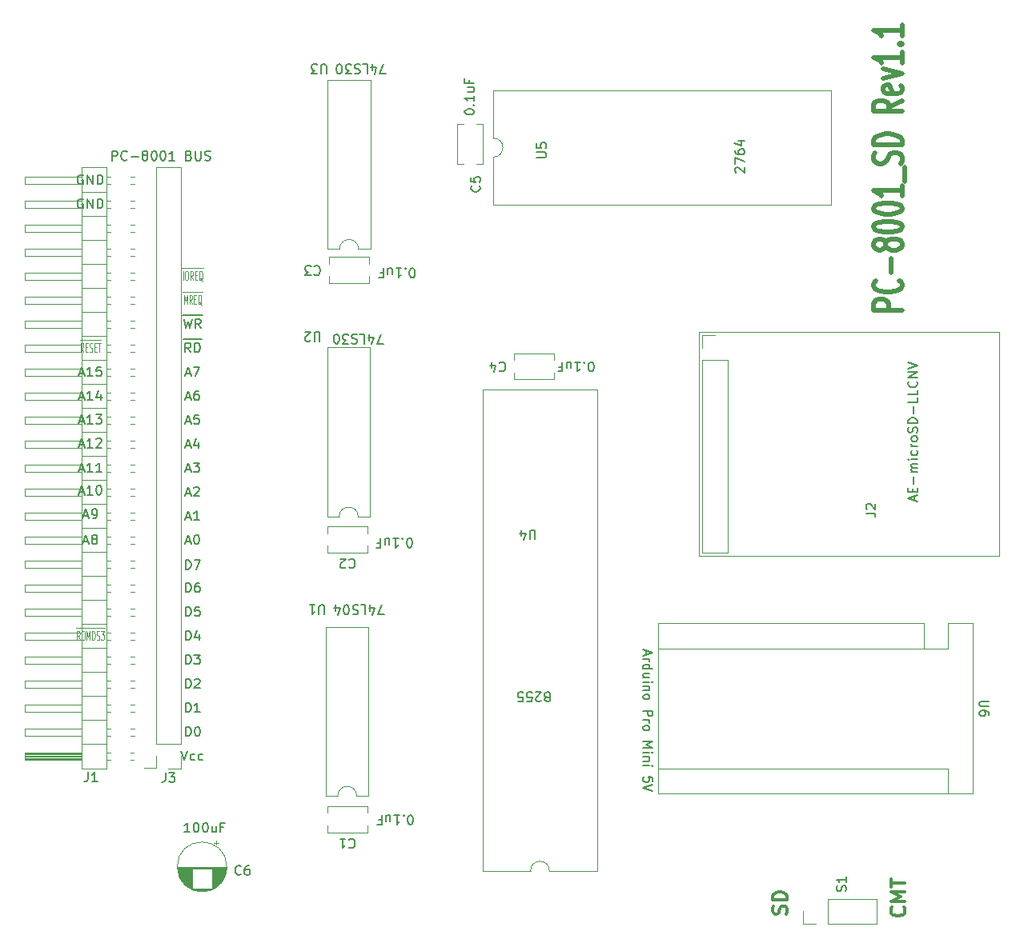
<source format=gto>
G04 #@! TF.GenerationSoftware,KiCad,Pcbnew,(5.1.9)-1*
G04 #@! TF.CreationDate,2022-06-24T16:27:56+09:00*
G04 #@! TF.ProjectId,PC-8001_SD,50432d38-3030-4315-9f53-442e6b696361,rev?*
G04 #@! TF.SameCoordinates,PX53920b0PY93c3260*
G04 #@! TF.FileFunction,Legend,Top*
G04 #@! TF.FilePolarity,Positive*
%FSLAX46Y46*%
G04 Gerber Fmt 4.6, Leading zero omitted, Abs format (unit mm)*
G04 Created by KiCad (PCBNEW (5.1.9)-1) date 2022-06-24 16:27:56*
%MOMM*%
%LPD*%
G01*
G04 APERTURE LIST*
%ADD10C,0.300000*%
%ADD11C,0.150000*%
%ADD12C,0.100000*%
%ADD13C,0.500000*%
%ADD14C,0.120000*%
G04 APERTURE END LIST*
D10*
X76107142Y2321429D02*
X76178571Y2535715D01*
X76178571Y2892858D01*
X76107142Y3035715D01*
X76035714Y3107143D01*
X75892857Y3178572D01*
X75750000Y3178572D01*
X75607142Y3107143D01*
X75535714Y3035715D01*
X75464285Y2892858D01*
X75392857Y2607143D01*
X75321428Y2464286D01*
X75250000Y2392858D01*
X75107142Y2321429D01*
X74964285Y2321429D01*
X74821428Y2392858D01*
X74750000Y2464286D01*
X74678571Y2607143D01*
X74678571Y2964286D01*
X74750000Y3178572D01*
X76178571Y3821429D02*
X74678571Y3821429D01*
X74678571Y4178572D01*
X74750000Y4392858D01*
X74892857Y4535715D01*
X75035714Y4607143D01*
X75321428Y4678572D01*
X75535714Y4678572D01*
X75821428Y4607143D01*
X75964285Y4535715D01*
X76107142Y4392858D01*
X76178571Y4178572D01*
X76178571Y3821429D01*
X88535714Y3035715D02*
X88607142Y2964286D01*
X88678571Y2750000D01*
X88678571Y2607143D01*
X88607142Y2392858D01*
X88464285Y2250000D01*
X88321428Y2178572D01*
X88035714Y2107143D01*
X87821428Y2107143D01*
X87535714Y2178572D01*
X87392857Y2250000D01*
X87250000Y2392858D01*
X87178571Y2607143D01*
X87178571Y2750000D01*
X87250000Y2964286D01*
X87321428Y3035715D01*
X88678571Y3678572D02*
X87178571Y3678572D01*
X88250000Y4178572D01*
X87178571Y4678572D01*
X88678571Y4678572D01*
X87178571Y5178572D02*
X87178571Y6035715D01*
X88678571Y5607143D02*
X87178571Y5607143D01*
D11*
X12601904Y38787620D02*
X12601904Y39787620D01*
X12840000Y39787620D01*
X12982857Y39740000D01*
X13078095Y39644762D01*
X13125714Y39549524D01*
X13173333Y39359048D01*
X13173333Y39216191D01*
X13125714Y39025715D01*
X13078095Y38930477D01*
X12982857Y38835239D01*
X12840000Y38787620D01*
X12601904Y38787620D01*
X13506666Y39787620D02*
X14173333Y39787620D01*
X13744761Y38787620D01*
X1825714Y44483334D02*
X2301904Y44483334D01*
X1730476Y44197620D02*
X2063809Y45197620D01*
X2397142Y44197620D01*
X2778095Y44197620D02*
X2968571Y44197620D01*
X3063809Y44245239D01*
X3111428Y44292858D01*
X3206666Y44435715D01*
X3254285Y44626191D01*
X3254285Y45007143D01*
X3206666Y45102381D01*
X3159047Y45150000D01*
X3063809Y45197620D01*
X2873333Y45197620D01*
X2778095Y45150000D01*
X2730476Y45102381D01*
X2682857Y45007143D01*
X2682857Y44769048D01*
X2730476Y44673810D01*
X2778095Y44626191D01*
X2873333Y44578572D01*
X3063809Y44578572D01*
X3159047Y44626191D01*
X3206666Y44673810D01*
X3254285Y44769048D01*
X1349523Y46983334D02*
X1825714Y46983334D01*
X1254285Y46697620D02*
X1587619Y47697620D01*
X1920952Y46697620D01*
X2778095Y46697620D02*
X2206666Y46697620D01*
X2492380Y46697620D02*
X2492380Y47697620D01*
X2397142Y47554762D01*
X2301904Y47459524D01*
X2206666Y47411905D01*
X3397142Y47697620D02*
X3492380Y47697620D01*
X3587619Y47650000D01*
X3635238Y47602381D01*
X3682857Y47507143D01*
X3730476Y47316667D01*
X3730476Y47078572D01*
X3682857Y46888096D01*
X3635238Y46792858D01*
X3587619Y46745239D01*
X3492380Y46697620D01*
X3397142Y46697620D01*
X3301904Y46745239D01*
X3254285Y46792858D01*
X3206666Y46888096D01*
X3159047Y47078572D01*
X3159047Y47316667D01*
X3206666Y47507143D01*
X3254285Y47602381D01*
X3301904Y47650000D01*
X3397142Y47697620D01*
X1349523Y51983334D02*
X1825714Y51983334D01*
X1254285Y51697620D02*
X1587619Y52697620D01*
X1920952Y51697620D01*
X2778095Y51697620D02*
X2206666Y51697620D01*
X2492380Y51697620D02*
X2492380Y52697620D01*
X2397142Y52554762D01*
X2301904Y52459524D01*
X2206666Y52411905D01*
X3159047Y52602381D02*
X3206666Y52650000D01*
X3301904Y52697620D01*
X3540000Y52697620D01*
X3635238Y52650000D01*
X3682857Y52602381D01*
X3730476Y52507143D01*
X3730476Y52411905D01*
X3682857Y52269048D01*
X3111428Y51697620D01*
X3730476Y51697620D01*
X1349523Y54483334D02*
X1825714Y54483334D01*
X1254285Y54197620D02*
X1587619Y55197620D01*
X1920952Y54197620D01*
X2778095Y54197620D02*
X2206666Y54197620D01*
X2492380Y54197620D02*
X2492380Y55197620D01*
X2397142Y55054762D01*
X2301904Y54959524D01*
X2206666Y54911905D01*
X3111428Y55197620D02*
X3730476Y55197620D01*
X3397142Y54816667D01*
X3540000Y54816667D01*
X3635238Y54769048D01*
X3682857Y54721429D01*
X3730476Y54626191D01*
X3730476Y54388096D01*
X3682857Y54292858D01*
X3635238Y54245239D01*
X3540000Y54197620D01*
X3254285Y54197620D01*
X3159047Y54245239D01*
X3111428Y54292858D01*
X1738095Y80510000D02*
X1642857Y80557620D01*
X1500000Y80557620D01*
X1357142Y80510000D01*
X1261904Y80414762D01*
X1214285Y80319524D01*
X1166666Y80129048D01*
X1166666Y79986191D01*
X1214285Y79795715D01*
X1261904Y79700477D01*
X1357142Y79605239D01*
X1500000Y79557620D01*
X1595238Y79557620D01*
X1738095Y79605239D01*
X1785714Y79652858D01*
X1785714Y79986191D01*
X1595238Y79986191D01*
X2214285Y79557620D02*
X2214285Y80557620D01*
X2785714Y79557620D01*
X2785714Y80557620D01*
X3261904Y79557620D02*
X3261904Y80557620D01*
X3500000Y80557620D01*
X3642857Y80510000D01*
X3738095Y80414762D01*
X3785714Y80319524D01*
X3833333Y80129048D01*
X3833333Y79986191D01*
X3785714Y79795715D01*
X3738095Y79700477D01*
X3642857Y79605239D01*
X3500000Y79557620D01*
X3261904Y79557620D01*
X1738095Y77970000D02*
X1642857Y78017620D01*
X1500000Y78017620D01*
X1357142Y77970000D01*
X1261904Y77874762D01*
X1214285Y77779524D01*
X1166666Y77589048D01*
X1166666Y77446191D01*
X1214285Y77255715D01*
X1261904Y77160477D01*
X1357142Y77065239D01*
X1500000Y77017620D01*
X1595238Y77017620D01*
X1738095Y77065239D01*
X1785714Y77112858D01*
X1785714Y77446191D01*
X1595238Y77446191D01*
X2214285Y77017620D02*
X2214285Y78017620D01*
X2785714Y77017620D01*
X2785714Y78017620D01*
X3261904Y77017620D02*
X3261904Y78017620D01*
X3500000Y78017620D01*
X3642857Y77970000D01*
X3738095Y77874762D01*
X3785714Y77779524D01*
X3833333Y77589048D01*
X3833333Y77446191D01*
X3785714Y77255715D01*
X3738095Y77160477D01*
X3642857Y77065239D01*
X3500000Y77017620D01*
X3261904Y77017620D01*
X33607857Y34022381D02*
X32941190Y34022381D01*
X33369761Y35022381D01*
X32131666Y34355715D02*
X32131666Y35022381D01*
X32369761Y33974762D02*
X32607857Y34689048D01*
X31988809Y34689048D01*
X31131666Y35022381D02*
X31607857Y35022381D01*
X31607857Y34022381D01*
X30845952Y34974762D02*
X30703095Y35022381D01*
X30465000Y35022381D01*
X30369761Y34974762D01*
X30322142Y34927143D01*
X30274523Y34831905D01*
X30274523Y34736667D01*
X30322142Y34641429D01*
X30369761Y34593810D01*
X30465000Y34546191D01*
X30655476Y34498572D01*
X30750714Y34450953D01*
X30798333Y34403334D01*
X30845952Y34308096D01*
X30845952Y34212858D01*
X30798333Y34117620D01*
X30750714Y34070000D01*
X30655476Y34022381D01*
X30417380Y34022381D01*
X30274523Y34070000D01*
X29655476Y34022381D02*
X29560238Y34022381D01*
X29465000Y34070000D01*
X29417380Y34117620D01*
X29369761Y34212858D01*
X29322142Y34403334D01*
X29322142Y34641429D01*
X29369761Y34831905D01*
X29417380Y34927143D01*
X29465000Y34974762D01*
X29560238Y35022381D01*
X29655476Y35022381D01*
X29750714Y34974762D01*
X29798333Y34927143D01*
X29845952Y34831905D01*
X29893571Y34641429D01*
X29893571Y34403334D01*
X29845952Y34212858D01*
X29798333Y34117620D01*
X29750714Y34070000D01*
X29655476Y34022381D01*
X28465000Y34355715D02*
X28465000Y35022381D01*
X28703095Y33974762D02*
X28941190Y34689048D01*
X28322142Y34689048D01*
X33802857Y91277381D02*
X33136190Y91277381D01*
X33564761Y92277381D01*
X32326666Y91610715D02*
X32326666Y92277381D01*
X32564761Y91229762D02*
X32802857Y91944048D01*
X32183809Y91944048D01*
X31326666Y92277381D02*
X31802857Y92277381D01*
X31802857Y91277381D01*
X31040952Y92229762D02*
X30898095Y92277381D01*
X30660000Y92277381D01*
X30564761Y92229762D01*
X30517142Y92182143D01*
X30469523Y92086905D01*
X30469523Y91991667D01*
X30517142Y91896429D01*
X30564761Y91848810D01*
X30660000Y91801191D01*
X30850476Y91753572D01*
X30945714Y91705953D01*
X30993333Y91658334D01*
X31040952Y91563096D01*
X31040952Y91467858D01*
X30993333Y91372620D01*
X30945714Y91325000D01*
X30850476Y91277381D01*
X30612380Y91277381D01*
X30469523Y91325000D01*
X30136190Y91277381D02*
X29517142Y91277381D01*
X29850476Y91658334D01*
X29707619Y91658334D01*
X29612380Y91705953D01*
X29564761Y91753572D01*
X29517142Y91848810D01*
X29517142Y92086905D01*
X29564761Y92182143D01*
X29612380Y92229762D01*
X29707619Y92277381D01*
X29993333Y92277381D01*
X30088571Y92229762D01*
X30136190Y92182143D01*
X28898095Y91277381D02*
X28802857Y91277381D01*
X28707619Y91325000D01*
X28660000Y91372620D01*
X28612380Y91467858D01*
X28564761Y91658334D01*
X28564761Y91896429D01*
X28612380Y92086905D01*
X28660000Y92182143D01*
X28707619Y92229762D01*
X28802857Y92277381D01*
X28898095Y92277381D01*
X28993333Y92229762D01*
X29040952Y92182143D01*
X29088571Y92086905D01*
X29136190Y91896429D01*
X29136190Y91658334D01*
X29088571Y91467858D01*
X29040952Y91372620D01*
X28993333Y91325000D01*
X28898095Y91277381D01*
X33507857Y62707381D02*
X32841190Y62707381D01*
X33269761Y63707381D01*
X32031666Y63040715D02*
X32031666Y63707381D01*
X32269761Y62659762D02*
X32507857Y63374048D01*
X31888809Y63374048D01*
X31031666Y63707381D02*
X31507857Y63707381D01*
X31507857Y62707381D01*
X30745952Y63659762D02*
X30603095Y63707381D01*
X30365000Y63707381D01*
X30269761Y63659762D01*
X30222142Y63612143D01*
X30174523Y63516905D01*
X30174523Y63421667D01*
X30222142Y63326429D01*
X30269761Y63278810D01*
X30365000Y63231191D01*
X30555476Y63183572D01*
X30650714Y63135953D01*
X30698333Y63088334D01*
X30745952Y62993096D01*
X30745952Y62897858D01*
X30698333Y62802620D01*
X30650714Y62755000D01*
X30555476Y62707381D01*
X30317380Y62707381D01*
X30174523Y62755000D01*
X29841190Y62707381D02*
X29222142Y62707381D01*
X29555476Y63088334D01*
X29412619Y63088334D01*
X29317380Y63135953D01*
X29269761Y63183572D01*
X29222142Y63278810D01*
X29222142Y63516905D01*
X29269761Y63612143D01*
X29317380Y63659762D01*
X29412619Y63707381D01*
X29698333Y63707381D01*
X29793571Y63659762D01*
X29841190Y63612143D01*
X28603095Y62707381D02*
X28507857Y62707381D01*
X28412619Y62755000D01*
X28365000Y62802620D01*
X28317380Y62897858D01*
X28269761Y63088334D01*
X28269761Y63326429D01*
X28317380Y63516905D01*
X28365000Y63612143D01*
X28412619Y63659762D01*
X28507857Y63707381D01*
X28603095Y63707381D01*
X28698333Y63659762D01*
X28745952Y63612143D01*
X28793571Y63516905D01*
X28841190Y63326429D01*
X28841190Y63088334D01*
X28793571Y62897858D01*
X28745952Y62802620D01*
X28698333Y62755000D01*
X28603095Y62707381D01*
X36417857Y11797381D02*
X36322619Y11797381D01*
X36227380Y11845000D01*
X36179761Y11892620D01*
X36132142Y11987858D01*
X36084523Y12178334D01*
X36084523Y12416429D01*
X36132142Y12606905D01*
X36179761Y12702143D01*
X36227380Y12749762D01*
X36322619Y12797381D01*
X36417857Y12797381D01*
X36513095Y12749762D01*
X36560714Y12702143D01*
X36608333Y12606905D01*
X36655952Y12416429D01*
X36655952Y12178334D01*
X36608333Y11987858D01*
X36560714Y11892620D01*
X36513095Y11845000D01*
X36417857Y11797381D01*
X35655952Y12702143D02*
X35608333Y12749762D01*
X35655952Y12797381D01*
X35703571Y12749762D01*
X35655952Y12702143D01*
X35655952Y12797381D01*
X34655952Y12797381D02*
X35227380Y12797381D01*
X34941666Y12797381D02*
X34941666Y11797381D01*
X35036904Y11940239D01*
X35132142Y12035477D01*
X35227380Y12083096D01*
X33798809Y12130715D02*
X33798809Y12797381D01*
X34227380Y12130715D02*
X34227380Y12654524D01*
X34179761Y12749762D01*
X34084523Y12797381D01*
X33941666Y12797381D01*
X33846428Y12749762D01*
X33798809Y12702143D01*
X32989285Y12273572D02*
X33322619Y12273572D01*
X33322619Y12797381D02*
X33322619Y11797381D01*
X32846428Y11797381D01*
X36612857Y69687381D02*
X36517619Y69687381D01*
X36422380Y69735000D01*
X36374761Y69782620D01*
X36327142Y69877858D01*
X36279523Y70068334D01*
X36279523Y70306429D01*
X36327142Y70496905D01*
X36374761Y70592143D01*
X36422380Y70639762D01*
X36517619Y70687381D01*
X36612857Y70687381D01*
X36708095Y70639762D01*
X36755714Y70592143D01*
X36803333Y70496905D01*
X36850952Y70306429D01*
X36850952Y70068334D01*
X36803333Y69877858D01*
X36755714Y69782620D01*
X36708095Y69735000D01*
X36612857Y69687381D01*
X35850952Y70592143D02*
X35803333Y70639762D01*
X35850952Y70687381D01*
X35898571Y70639762D01*
X35850952Y70592143D01*
X35850952Y70687381D01*
X34850952Y70687381D02*
X35422380Y70687381D01*
X35136666Y70687381D02*
X35136666Y69687381D01*
X35231904Y69830239D01*
X35327142Y69925477D01*
X35422380Y69973096D01*
X33993809Y70020715D02*
X33993809Y70687381D01*
X34422380Y70020715D02*
X34422380Y70544524D01*
X34374761Y70639762D01*
X34279523Y70687381D01*
X34136666Y70687381D01*
X34041428Y70639762D01*
X33993809Y70592143D01*
X33184285Y70163572D02*
X33517619Y70163572D01*
X33517619Y70687381D02*
X33517619Y69687381D01*
X33041428Y69687381D01*
X36317857Y41117381D02*
X36222619Y41117381D01*
X36127380Y41165000D01*
X36079761Y41212620D01*
X36032142Y41307858D01*
X35984523Y41498334D01*
X35984523Y41736429D01*
X36032142Y41926905D01*
X36079761Y42022143D01*
X36127380Y42069762D01*
X36222619Y42117381D01*
X36317857Y42117381D01*
X36413095Y42069762D01*
X36460714Y42022143D01*
X36508333Y41926905D01*
X36555952Y41736429D01*
X36555952Y41498334D01*
X36508333Y41307858D01*
X36460714Y41212620D01*
X36413095Y41165000D01*
X36317857Y41117381D01*
X35555952Y42022143D02*
X35508333Y42069762D01*
X35555952Y42117381D01*
X35603571Y42069762D01*
X35555952Y42022143D01*
X35555952Y42117381D01*
X34555952Y42117381D02*
X35127380Y42117381D01*
X34841666Y42117381D02*
X34841666Y41117381D01*
X34936904Y41260239D01*
X35032142Y41355477D01*
X35127380Y41403096D01*
X33698809Y41450715D02*
X33698809Y42117381D01*
X34127380Y41450715D02*
X34127380Y41974524D01*
X34079761Y42069762D01*
X33984523Y42117381D01*
X33841666Y42117381D01*
X33746428Y42069762D01*
X33698809Y42022143D01*
X32889285Y41593572D02*
X33222619Y41593572D01*
X33222619Y42117381D02*
X33222619Y41117381D01*
X32746428Y41117381D01*
X1349523Y59523334D02*
X1825714Y59523334D01*
X1254285Y59237620D02*
X1587619Y60237620D01*
X1920952Y59237620D01*
X2778095Y59237620D02*
X2206666Y59237620D01*
X2492380Y59237620D02*
X2492380Y60237620D01*
X2397142Y60094762D01*
X2301904Y59999524D01*
X2206666Y59951905D01*
X3682857Y60237620D02*
X3206666Y60237620D01*
X3159047Y59761429D01*
X3206666Y59809048D01*
X3301904Y59856667D01*
X3540000Y59856667D01*
X3635238Y59809048D01*
X3682857Y59761429D01*
X3730476Y59666191D01*
X3730476Y59428096D01*
X3682857Y59332858D01*
X3635238Y59285239D01*
X3540000Y59237620D01*
X3301904Y59237620D01*
X3206666Y59285239D01*
X3159047Y59332858D01*
X1349523Y49363334D02*
X1825714Y49363334D01*
X1254285Y49077620D02*
X1587619Y50077620D01*
X1920952Y49077620D01*
X2778095Y49077620D02*
X2206666Y49077620D01*
X2492380Y49077620D02*
X2492380Y50077620D01*
X2397142Y49934762D01*
X2301904Y49839524D01*
X2206666Y49791905D01*
X3730476Y49077620D02*
X3159047Y49077620D01*
X3444761Y49077620D02*
X3444761Y50077620D01*
X3349523Y49934762D01*
X3254285Y49839524D01*
X3159047Y49791905D01*
D12*
X1016190Y32600000D02*
X1516190Y32600000D01*
X1420952Y31297620D02*
X1254285Y31773810D01*
X1135238Y31297620D02*
X1135238Y32297620D01*
X1325714Y32297620D01*
X1373333Y32250000D01*
X1397142Y32202381D01*
X1420952Y32107143D01*
X1420952Y31964286D01*
X1397142Y31869048D01*
X1373333Y31821429D01*
X1325714Y31773810D01*
X1135238Y31773810D01*
X1516190Y32600000D02*
X2040000Y32600000D01*
X1730476Y32297620D02*
X1825714Y32297620D01*
X1873333Y32250000D01*
X1920952Y32154762D01*
X1944761Y31964286D01*
X1944761Y31630953D01*
X1920952Y31440477D01*
X1873333Y31345239D01*
X1825714Y31297620D01*
X1730476Y31297620D01*
X1682857Y31345239D01*
X1635238Y31440477D01*
X1611428Y31630953D01*
X1611428Y31964286D01*
X1635238Y32154762D01*
X1682857Y32250000D01*
X1730476Y32297620D01*
X2040000Y32600000D02*
X2611428Y32600000D01*
X2159047Y31297620D02*
X2159047Y32297620D01*
X2325714Y31583334D01*
X2492380Y32297620D01*
X2492380Y31297620D01*
X2611428Y32600000D02*
X3111428Y32600000D01*
X2730476Y31297620D02*
X2730476Y32297620D01*
X2849523Y32297620D01*
X2920952Y32250000D01*
X2968571Y32154762D01*
X2992380Y32059524D01*
X3016190Y31869048D01*
X3016190Y31726191D01*
X2992380Y31535715D01*
X2968571Y31440477D01*
X2920952Y31345239D01*
X2849523Y31297620D01*
X2730476Y31297620D01*
X3111428Y32600000D02*
X3587619Y32600000D01*
X3206666Y31345239D02*
X3278095Y31297620D01*
X3397142Y31297620D01*
X3444761Y31345239D01*
X3468571Y31392858D01*
X3492380Y31488096D01*
X3492380Y31583334D01*
X3468571Y31678572D01*
X3444761Y31726191D01*
X3397142Y31773810D01*
X3301904Y31821429D01*
X3254285Y31869048D01*
X3230476Y31916667D01*
X3206666Y32011905D01*
X3206666Y32107143D01*
X3230476Y32202381D01*
X3254285Y32250000D01*
X3301904Y32297620D01*
X3420952Y32297620D01*
X3492380Y32250000D01*
X3587619Y32600000D02*
X4063809Y32600000D01*
X3659047Y32297620D02*
X3968571Y32297620D01*
X3801904Y31916667D01*
X3873333Y31916667D01*
X3920952Y31869048D01*
X3944761Y31821429D01*
X3968571Y31726191D01*
X3968571Y31488096D01*
X3944761Y31392858D01*
X3920952Y31345239D01*
X3873333Y31297620D01*
X3730476Y31297620D01*
X3682857Y31345239D01*
X3659047Y31392858D01*
D11*
X50963809Y25255953D02*
X51059047Y25208334D01*
X51106666Y25160715D01*
X51154285Y25065477D01*
X51154285Y25017858D01*
X51106666Y24922620D01*
X51059047Y24875000D01*
X50963809Y24827381D01*
X50773333Y24827381D01*
X50678095Y24875000D01*
X50630476Y24922620D01*
X50582857Y25017858D01*
X50582857Y25065477D01*
X50630476Y25160715D01*
X50678095Y25208334D01*
X50773333Y25255953D01*
X50963809Y25255953D01*
X51059047Y25303572D01*
X51106666Y25351191D01*
X51154285Y25446429D01*
X51154285Y25636905D01*
X51106666Y25732143D01*
X51059047Y25779762D01*
X50963809Y25827381D01*
X50773333Y25827381D01*
X50678095Y25779762D01*
X50630476Y25732143D01*
X50582857Y25636905D01*
X50582857Y25446429D01*
X50630476Y25351191D01*
X50678095Y25303572D01*
X50773333Y25255953D01*
X50201904Y24922620D02*
X50154285Y24875000D01*
X50059047Y24827381D01*
X49820952Y24827381D01*
X49725714Y24875000D01*
X49678095Y24922620D01*
X49630476Y25017858D01*
X49630476Y25113096D01*
X49678095Y25255953D01*
X50249523Y25827381D01*
X49630476Y25827381D01*
X48725714Y24827381D02*
X49201904Y24827381D01*
X49249523Y25303572D01*
X49201904Y25255953D01*
X49106666Y25208334D01*
X48868571Y25208334D01*
X48773333Y25255953D01*
X48725714Y25303572D01*
X48678095Y25398810D01*
X48678095Y25636905D01*
X48725714Y25732143D01*
X48773333Y25779762D01*
X48868571Y25827381D01*
X49106666Y25827381D01*
X49201904Y25779762D01*
X49249523Y25732143D01*
X47773333Y24827381D02*
X48249523Y24827381D01*
X48297142Y25303572D01*
X48249523Y25255953D01*
X48154285Y25208334D01*
X47916190Y25208334D01*
X47820952Y25255953D01*
X47773333Y25303572D01*
X47725714Y25398810D01*
X47725714Y25636905D01*
X47773333Y25732143D01*
X47820952Y25779762D01*
X47916190Y25827381D01*
X48154285Y25827381D01*
X48249523Y25779762D01*
X48297142Y25732143D01*
X55527857Y59752381D02*
X55432619Y59752381D01*
X55337380Y59800000D01*
X55289761Y59847620D01*
X55242142Y59942858D01*
X55194523Y60133334D01*
X55194523Y60371429D01*
X55242142Y60561905D01*
X55289761Y60657143D01*
X55337380Y60704762D01*
X55432619Y60752381D01*
X55527857Y60752381D01*
X55623095Y60704762D01*
X55670714Y60657143D01*
X55718333Y60561905D01*
X55765952Y60371429D01*
X55765952Y60133334D01*
X55718333Y59942858D01*
X55670714Y59847620D01*
X55623095Y59800000D01*
X55527857Y59752381D01*
X54765952Y60657143D02*
X54718333Y60704762D01*
X54765952Y60752381D01*
X54813571Y60704762D01*
X54765952Y60657143D01*
X54765952Y60752381D01*
X53765952Y60752381D02*
X54337380Y60752381D01*
X54051666Y60752381D02*
X54051666Y59752381D01*
X54146904Y59895239D01*
X54242142Y59990477D01*
X54337380Y60038096D01*
X52908809Y60085715D02*
X52908809Y60752381D01*
X53337380Y60085715D02*
X53337380Y60609524D01*
X53289761Y60704762D01*
X53194523Y60752381D01*
X53051666Y60752381D01*
X52956428Y60704762D01*
X52908809Y60657143D01*
X52099285Y60228572D02*
X52432619Y60228572D01*
X52432619Y60752381D02*
X52432619Y59752381D01*
X51956428Y59752381D01*
X61288333Y30224762D02*
X61288333Y29748572D01*
X61002619Y30320000D02*
X62002619Y29986667D01*
X61002619Y29653334D01*
X61002619Y29320000D02*
X61669285Y29320000D01*
X61478809Y29320000D02*
X61574047Y29272381D01*
X61621666Y29224762D01*
X61669285Y29129524D01*
X61669285Y29034286D01*
X61002619Y28272381D02*
X62002619Y28272381D01*
X61050238Y28272381D02*
X61002619Y28367620D01*
X61002619Y28558096D01*
X61050238Y28653334D01*
X61097857Y28700953D01*
X61193095Y28748572D01*
X61478809Y28748572D01*
X61574047Y28700953D01*
X61621666Y28653334D01*
X61669285Y28558096D01*
X61669285Y28367620D01*
X61621666Y28272381D01*
X61669285Y27367620D02*
X61002619Y27367620D01*
X61669285Y27796191D02*
X61145476Y27796191D01*
X61050238Y27748572D01*
X61002619Y27653334D01*
X61002619Y27510477D01*
X61050238Y27415239D01*
X61097857Y27367620D01*
X61002619Y26891429D02*
X61669285Y26891429D01*
X62002619Y26891429D02*
X61955000Y26939048D01*
X61907380Y26891429D01*
X61955000Y26843810D01*
X62002619Y26891429D01*
X61907380Y26891429D01*
X61669285Y26415239D02*
X61002619Y26415239D01*
X61574047Y26415239D02*
X61621666Y26367620D01*
X61669285Y26272381D01*
X61669285Y26129524D01*
X61621666Y26034286D01*
X61526428Y25986667D01*
X61002619Y25986667D01*
X61002619Y25367620D02*
X61050238Y25462858D01*
X61097857Y25510477D01*
X61193095Y25558096D01*
X61478809Y25558096D01*
X61574047Y25510477D01*
X61621666Y25462858D01*
X61669285Y25367620D01*
X61669285Y25224762D01*
X61621666Y25129524D01*
X61574047Y25081905D01*
X61478809Y25034286D01*
X61193095Y25034286D01*
X61097857Y25081905D01*
X61050238Y25129524D01*
X61002619Y25224762D01*
X61002619Y25367620D01*
X61002619Y23843810D02*
X62002619Y23843810D01*
X62002619Y23462858D01*
X61955000Y23367620D01*
X61907380Y23320000D01*
X61812142Y23272381D01*
X61669285Y23272381D01*
X61574047Y23320000D01*
X61526428Y23367620D01*
X61478809Y23462858D01*
X61478809Y23843810D01*
X61002619Y22843810D02*
X61669285Y22843810D01*
X61478809Y22843810D02*
X61574047Y22796191D01*
X61621666Y22748572D01*
X61669285Y22653334D01*
X61669285Y22558096D01*
X61002619Y22081905D02*
X61050238Y22177143D01*
X61097857Y22224762D01*
X61193095Y22272381D01*
X61478809Y22272381D01*
X61574047Y22224762D01*
X61621666Y22177143D01*
X61669285Y22081905D01*
X61669285Y21939048D01*
X61621666Y21843810D01*
X61574047Y21796191D01*
X61478809Y21748572D01*
X61193095Y21748572D01*
X61097857Y21796191D01*
X61050238Y21843810D01*
X61002619Y21939048D01*
X61002619Y22081905D01*
X61002619Y20558096D02*
X62002619Y20558096D01*
X61288333Y20224762D01*
X62002619Y19891429D01*
X61002619Y19891429D01*
X61002619Y19415239D02*
X61669285Y19415239D01*
X62002619Y19415239D02*
X61955000Y19462858D01*
X61907380Y19415239D01*
X61955000Y19367620D01*
X62002619Y19415239D01*
X61907380Y19415239D01*
X61669285Y18939048D02*
X61002619Y18939048D01*
X61574047Y18939048D02*
X61621666Y18891429D01*
X61669285Y18796191D01*
X61669285Y18653334D01*
X61621666Y18558096D01*
X61526428Y18510477D01*
X61002619Y18510477D01*
X61002619Y18034286D02*
X61669285Y18034286D01*
X62002619Y18034286D02*
X61955000Y18081905D01*
X61907380Y18034286D01*
X61955000Y17986667D01*
X62002619Y18034286D01*
X61907380Y18034286D01*
X62002619Y16320000D02*
X62002619Y16796191D01*
X61526428Y16843810D01*
X61574047Y16796191D01*
X61621666Y16700953D01*
X61621666Y16462858D01*
X61574047Y16367620D01*
X61526428Y16320000D01*
X61431190Y16272381D01*
X61193095Y16272381D01*
X61097857Y16320000D01*
X61050238Y16367620D01*
X61002619Y16462858D01*
X61002619Y16700953D01*
X61050238Y16796191D01*
X61097857Y16843810D01*
X62002619Y15986667D02*
X61002619Y15653334D01*
X62002619Y15320000D01*
X42122380Y87187143D02*
X42122380Y87282381D01*
X42170000Y87377620D01*
X42217619Y87425239D01*
X42312857Y87472858D01*
X42503333Y87520477D01*
X42741428Y87520477D01*
X42931904Y87472858D01*
X43027142Y87425239D01*
X43074761Y87377620D01*
X43122380Y87282381D01*
X43122380Y87187143D01*
X43074761Y87091905D01*
X43027142Y87044286D01*
X42931904Y86996667D01*
X42741428Y86949048D01*
X42503333Y86949048D01*
X42312857Y86996667D01*
X42217619Y87044286D01*
X42170000Y87091905D01*
X42122380Y87187143D01*
X43027142Y87949048D02*
X43074761Y87996667D01*
X43122380Y87949048D01*
X43074761Y87901429D01*
X43027142Y87949048D01*
X43122380Y87949048D01*
X43122380Y88949048D02*
X43122380Y88377620D01*
X43122380Y88663334D02*
X42122380Y88663334D01*
X42265238Y88568096D01*
X42360476Y88472858D01*
X42408095Y88377620D01*
X42455714Y89806191D02*
X43122380Y89806191D01*
X42455714Y89377620D02*
X42979523Y89377620D01*
X43074761Y89425239D01*
X43122380Y89520477D01*
X43122380Y89663334D01*
X43074761Y89758572D01*
X43027142Y89806191D01*
X42598571Y90615715D02*
X42598571Y90282381D01*
X43122380Y90282381D02*
X42122380Y90282381D01*
X42122380Y90758572D01*
X70792619Y80805715D02*
X70745000Y80853334D01*
X70697380Y80948572D01*
X70697380Y81186667D01*
X70745000Y81281905D01*
X70792619Y81329524D01*
X70887857Y81377143D01*
X70983095Y81377143D01*
X71125952Y81329524D01*
X71697380Y80758096D01*
X71697380Y81377143D01*
X70697380Y81710477D02*
X70697380Y82377143D01*
X71697380Y81948572D01*
X70697380Y83186667D02*
X70697380Y82996191D01*
X70745000Y82900953D01*
X70792619Y82853334D01*
X70935476Y82758096D01*
X71125952Y82710477D01*
X71506904Y82710477D01*
X71602142Y82758096D01*
X71649761Y82805715D01*
X71697380Y82900953D01*
X71697380Y83091429D01*
X71649761Y83186667D01*
X71602142Y83234286D01*
X71506904Y83281905D01*
X71268809Y83281905D01*
X71173571Y83234286D01*
X71125952Y83186667D01*
X71078333Y83091429D01*
X71078333Y82900953D01*
X71125952Y82805715D01*
X71173571Y82758096D01*
X71268809Y82710477D01*
X71030714Y84139048D02*
X71697380Y84139048D01*
X70649761Y83900953D02*
X71364047Y83662858D01*
X71364047Y84281905D01*
X4833333Y82087620D02*
X4833333Y83087620D01*
X5214285Y83087620D01*
X5309523Y83040000D01*
X5357142Y82992381D01*
X5404761Y82897143D01*
X5404761Y82754286D01*
X5357142Y82659048D01*
X5309523Y82611429D01*
X5214285Y82563810D01*
X4833333Y82563810D01*
X6404761Y82182858D02*
X6357142Y82135239D01*
X6214285Y82087620D01*
X6119047Y82087620D01*
X5976190Y82135239D01*
X5880952Y82230477D01*
X5833333Y82325715D01*
X5785714Y82516191D01*
X5785714Y82659048D01*
X5833333Y82849524D01*
X5880952Y82944762D01*
X5976190Y83040000D01*
X6119047Y83087620D01*
X6214285Y83087620D01*
X6357142Y83040000D01*
X6404761Y82992381D01*
X6833333Y82468572D02*
X7595238Y82468572D01*
X8214285Y82659048D02*
X8119047Y82706667D01*
X8071428Y82754286D01*
X8023809Y82849524D01*
X8023809Y82897143D01*
X8071428Y82992381D01*
X8119047Y83040000D01*
X8214285Y83087620D01*
X8404761Y83087620D01*
X8500000Y83040000D01*
X8547619Y82992381D01*
X8595238Y82897143D01*
X8595238Y82849524D01*
X8547619Y82754286D01*
X8500000Y82706667D01*
X8404761Y82659048D01*
X8214285Y82659048D01*
X8119047Y82611429D01*
X8071428Y82563810D01*
X8023809Y82468572D01*
X8023809Y82278096D01*
X8071428Y82182858D01*
X8119047Y82135239D01*
X8214285Y82087620D01*
X8404761Y82087620D01*
X8500000Y82135239D01*
X8547619Y82182858D01*
X8595238Y82278096D01*
X8595238Y82468572D01*
X8547619Y82563810D01*
X8500000Y82611429D01*
X8404761Y82659048D01*
X9214285Y83087620D02*
X9309523Y83087620D01*
X9404761Y83040000D01*
X9452380Y82992381D01*
X9500000Y82897143D01*
X9547619Y82706667D01*
X9547619Y82468572D01*
X9500000Y82278096D01*
X9452380Y82182858D01*
X9404761Y82135239D01*
X9309523Y82087620D01*
X9214285Y82087620D01*
X9119047Y82135239D01*
X9071428Y82182858D01*
X9023809Y82278096D01*
X8976190Y82468572D01*
X8976190Y82706667D01*
X9023809Y82897143D01*
X9071428Y82992381D01*
X9119047Y83040000D01*
X9214285Y83087620D01*
X10166666Y83087620D02*
X10261904Y83087620D01*
X10357142Y83040000D01*
X10404761Y82992381D01*
X10452380Y82897143D01*
X10500000Y82706667D01*
X10500000Y82468572D01*
X10452380Y82278096D01*
X10404761Y82182858D01*
X10357142Y82135239D01*
X10261904Y82087620D01*
X10166666Y82087620D01*
X10071428Y82135239D01*
X10023809Y82182858D01*
X9976190Y82278096D01*
X9928571Y82468572D01*
X9928571Y82706667D01*
X9976190Y82897143D01*
X10023809Y82992381D01*
X10071428Y83040000D01*
X10166666Y83087620D01*
X11452380Y82087620D02*
X10880952Y82087620D01*
X11166666Y82087620D02*
X11166666Y83087620D01*
X11071428Y82944762D01*
X10976190Y82849524D01*
X10880952Y82801905D01*
X12976190Y82611429D02*
X13119047Y82563810D01*
X13166666Y82516191D01*
X13214285Y82420953D01*
X13214285Y82278096D01*
X13166666Y82182858D01*
X13119047Y82135239D01*
X13023809Y82087620D01*
X12642857Y82087620D01*
X12642857Y83087620D01*
X12976190Y83087620D01*
X13071428Y83040000D01*
X13119047Y82992381D01*
X13166666Y82897143D01*
X13166666Y82801905D01*
X13119047Y82706667D01*
X13071428Y82659048D01*
X12976190Y82611429D01*
X12642857Y82611429D01*
X13642857Y83087620D02*
X13642857Y82278096D01*
X13690476Y82182858D01*
X13738095Y82135239D01*
X13833333Y82087620D01*
X14023809Y82087620D01*
X14119047Y82135239D01*
X14166666Y82182858D01*
X14214285Y82278096D01*
X14214285Y83087620D01*
X14642857Y82135239D02*
X14785714Y82087620D01*
X15023809Y82087620D01*
X15119047Y82135239D01*
X15166666Y82182858D01*
X15214285Y82278096D01*
X15214285Y82373334D01*
X15166666Y82468572D01*
X15119047Y82516191D01*
X15023809Y82563810D01*
X14833333Y82611429D01*
X14738095Y82659048D01*
X14690476Y82706667D01*
X14642857Y82801905D01*
X14642857Y82897143D01*
X14690476Y82992381D01*
X14738095Y83040000D01*
X14833333Y83087620D01*
X15071428Y83087620D01*
X15214285Y83040000D01*
X13057380Y10977620D02*
X12485952Y10977620D01*
X12771666Y10977620D02*
X12771666Y11977620D01*
X12676428Y11834762D01*
X12581190Y11739524D01*
X12485952Y11691905D01*
X13676428Y11977620D02*
X13771666Y11977620D01*
X13866904Y11930000D01*
X13914523Y11882381D01*
X13962142Y11787143D01*
X14009761Y11596667D01*
X14009761Y11358572D01*
X13962142Y11168096D01*
X13914523Y11072858D01*
X13866904Y11025239D01*
X13771666Y10977620D01*
X13676428Y10977620D01*
X13581190Y11025239D01*
X13533571Y11072858D01*
X13485952Y11168096D01*
X13438333Y11358572D01*
X13438333Y11596667D01*
X13485952Y11787143D01*
X13533571Y11882381D01*
X13581190Y11930000D01*
X13676428Y11977620D01*
X14628809Y11977620D02*
X14724047Y11977620D01*
X14819285Y11930000D01*
X14866904Y11882381D01*
X14914523Y11787143D01*
X14962142Y11596667D01*
X14962142Y11358572D01*
X14914523Y11168096D01*
X14866904Y11072858D01*
X14819285Y11025239D01*
X14724047Y10977620D01*
X14628809Y10977620D01*
X14533571Y11025239D01*
X14485952Y11072858D01*
X14438333Y11168096D01*
X14390714Y11358572D01*
X14390714Y11596667D01*
X14438333Y11787143D01*
X14485952Y11882381D01*
X14533571Y11930000D01*
X14628809Y11977620D01*
X15819285Y11644286D02*
X15819285Y10977620D01*
X15390714Y11644286D02*
X15390714Y11120477D01*
X15438333Y11025239D01*
X15533571Y10977620D01*
X15676428Y10977620D01*
X15771666Y11025239D01*
X15819285Y11072858D01*
X16628809Y11501429D02*
X16295476Y11501429D01*
X16295476Y10977620D02*
X16295476Y11977620D01*
X16771666Y11977620D01*
X1349523Y56983334D02*
X1825714Y56983334D01*
X1254285Y56697620D02*
X1587619Y57697620D01*
X1920952Y56697620D01*
X2778095Y56697620D02*
X2206666Y56697620D01*
X2492380Y56697620D02*
X2492380Y57697620D01*
X2397142Y57554762D01*
X2301904Y57459524D01*
X2206666Y57411905D01*
X3635238Y57364286D02*
X3635238Y56697620D01*
X3397142Y57745239D02*
X3159047Y57030953D01*
X3778095Y57030953D01*
D12*
X1409047Y63080000D02*
X1909047Y63080000D01*
X1813809Y61777620D02*
X1647142Y62253810D01*
X1528095Y61777620D02*
X1528095Y62777620D01*
X1718571Y62777620D01*
X1766190Y62730000D01*
X1790000Y62682381D01*
X1813809Y62587143D01*
X1813809Y62444286D01*
X1790000Y62349048D01*
X1766190Y62301429D01*
X1718571Y62253810D01*
X1528095Y62253810D01*
X1909047Y63080000D02*
X2361428Y63080000D01*
X2028095Y62301429D02*
X2194761Y62301429D01*
X2266190Y61777620D02*
X2028095Y61777620D01*
X2028095Y62777620D01*
X2266190Y62777620D01*
X2361428Y63080000D02*
X2837619Y63080000D01*
X2456666Y61825239D02*
X2528095Y61777620D01*
X2647142Y61777620D01*
X2694761Y61825239D01*
X2718571Y61872858D01*
X2742380Y61968096D01*
X2742380Y62063334D01*
X2718571Y62158572D01*
X2694761Y62206191D01*
X2647142Y62253810D01*
X2551904Y62301429D01*
X2504285Y62349048D01*
X2480476Y62396667D01*
X2456666Y62491905D01*
X2456666Y62587143D01*
X2480476Y62682381D01*
X2504285Y62730000D01*
X2551904Y62777620D01*
X2670952Y62777620D01*
X2742380Y62730000D01*
X2837619Y63080000D02*
X3290000Y63080000D01*
X2956666Y62301429D02*
X3123333Y62301429D01*
X3194761Y61777620D02*
X2956666Y61777620D01*
X2956666Y62777620D01*
X3194761Y62777620D01*
X3290000Y63080000D02*
X3670952Y63080000D01*
X3337619Y62777620D02*
X3623333Y62777620D01*
X3480476Y61777620D02*
X3480476Y62777620D01*
D11*
X1825714Y41743334D02*
X2301904Y41743334D01*
X1730476Y41457620D02*
X2063809Y42457620D01*
X2397142Y41457620D01*
X2873333Y42029048D02*
X2778095Y42076667D01*
X2730476Y42124286D01*
X2682857Y42219524D01*
X2682857Y42267143D01*
X2730476Y42362381D01*
X2778095Y42410000D01*
X2873333Y42457620D01*
X3063809Y42457620D01*
X3159047Y42410000D01*
X3206666Y42362381D01*
X3254285Y42267143D01*
X3254285Y42219524D01*
X3206666Y42124286D01*
X3159047Y42076667D01*
X3063809Y42029048D01*
X2873333Y42029048D01*
X2778095Y41981429D01*
X2730476Y41933810D01*
X2682857Y41838572D01*
X2682857Y41648096D01*
X2730476Y41552858D01*
X2778095Y41505239D01*
X2873333Y41457620D01*
X3063809Y41457620D01*
X3159047Y41505239D01*
X3206666Y41552858D01*
X3254285Y41648096D01*
X3254285Y41838572D01*
X3206666Y41933810D01*
X3159047Y41981429D01*
X3063809Y42029048D01*
X12144523Y19597620D02*
X12477857Y18597620D01*
X12811190Y19597620D01*
X13573095Y18645239D02*
X13477857Y18597620D01*
X13287380Y18597620D01*
X13192142Y18645239D01*
X13144523Y18692858D01*
X13096904Y18788096D01*
X13096904Y19073810D01*
X13144523Y19169048D01*
X13192142Y19216667D01*
X13287380Y19264286D01*
X13477857Y19264286D01*
X13573095Y19216667D01*
X14430238Y18645239D02*
X14335000Y18597620D01*
X14144523Y18597620D01*
X14049285Y18645239D01*
X14001666Y18692858D01*
X13954047Y18788096D01*
X13954047Y19073810D01*
X14001666Y19169048D01*
X14049285Y19216667D01*
X14144523Y19264286D01*
X14335000Y19264286D01*
X14430238Y19216667D01*
X12596904Y21137620D02*
X12596904Y22137620D01*
X12835000Y22137620D01*
X12977857Y22090000D01*
X13073095Y21994762D01*
X13120714Y21899524D01*
X13168333Y21709048D01*
X13168333Y21566191D01*
X13120714Y21375715D01*
X13073095Y21280477D01*
X12977857Y21185239D01*
X12835000Y21137620D01*
X12596904Y21137620D01*
X13787380Y22137620D02*
X13882619Y22137620D01*
X13977857Y22090000D01*
X14025476Y22042381D01*
X14073095Y21947143D01*
X14120714Y21756667D01*
X14120714Y21518572D01*
X14073095Y21328096D01*
X14025476Y21232858D01*
X13977857Y21185239D01*
X13882619Y21137620D01*
X13787380Y21137620D01*
X13692142Y21185239D01*
X13644523Y21232858D01*
X13596904Y21328096D01*
X13549285Y21518572D01*
X13549285Y21756667D01*
X13596904Y21947143D01*
X13644523Y22042381D01*
X13692142Y22090000D01*
X13787380Y22137620D01*
X12596904Y23677620D02*
X12596904Y24677620D01*
X12835000Y24677620D01*
X12977857Y24630000D01*
X13073095Y24534762D01*
X13120714Y24439524D01*
X13168333Y24249048D01*
X13168333Y24106191D01*
X13120714Y23915715D01*
X13073095Y23820477D01*
X12977857Y23725239D01*
X12835000Y23677620D01*
X12596904Y23677620D01*
X14120714Y23677620D02*
X13549285Y23677620D01*
X13835000Y23677620D02*
X13835000Y24677620D01*
X13739761Y24534762D01*
X13644523Y24439524D01*
X13549285Y24391905D01*
X12596904Y26217620D02*
X12596904Y27217620D01*
X12835000Y27217620D01*
X12977857Y27170000D01*
X13073095Y27074762D01*
X13120714Y26979524D01*
X13168333Y26789048D01*
X13168333Y26646191D01*
X13120714Y26455715D01*
X13073095Y26360477D01*
X12977857Y26265239D01*
X12835000Y26217620D01*
X12596904Y26217620D01*
X13549285Y27122381D02*
X13596904Y27170000D01*
X13692142Y27217620D01*
X13930238Y27217620D01*
X14025476Y27170000D01*
X14073095Y27122381D01*
X14120714Y27027143D01*
X14120714Y26931905D01*
X14073095Y26789048D01*
X13501666Y26217620D01*
X14120714Y26217620D01*
X12596904Y28757620D02*
X12596904Y29757620D01*
X12835000Y29757620D01*
X12977857Y29710000D01*
X13073095Y29614762D01*
X13120714Y29519524D01*
X13168333Y29329048D01*
X13168333Y29186191D01*
X13120714Y28995715D01*
X13073095Y28900477D01*
X12977857Y28805239D01*
X12835000Y28757620D01*
X12596904Y28757620D01*
X13501666Y29757620D02*
X14120714Y29757620D01*
X13787380Y29376667D01*
X13930238Y29376667D01*
X14025476Y29329048D01*
X14073095Y29281429D01*
X14120714Y29186191D01*
X14120714Y28948096D01*
X14073095Y28852858D01*
X14025476Y28805239D01*
X13930238Y28757620D01*
X13644523Y28757620D01*
X13549285Y28805239D01*
X13501666Y28852858D01*
X12596904Y31297620D02*
X12596904Y32297620D01*
X12835000Y32297620D01*
X12977857Y32250000D01*
X13073095Y32154762D01*
X13120714Y32059524D01*
X13168333Y31869048D01*
X13168333Y31726191D01*
X13120714Y31535715D01*
X13073095Y31440477D01*
X12977857Y31345239D01*
X12835000Y31297620D01*
X12596904Y31297620D01*
X14025476Y31964286D02*
X14025476Y31297620D01*
X13787380Y32345239D02*
X13549285Y31630953D01*
X14168333Y31630953D01*
X12596904Y33837620D02*
X12596904Y34837620D01*
X12835000Y34837620D01*
X12977857Y34790000D01*
X13073095Y34694762D01*
X13120714Y34599524D01*
X13168333Y34409048D01*
X13168333Y34266191D01*
X13120714Y34075715D01*
X13073095Y33980477D01*
X12977857Y33885239D01*
X12835000Y33837620D01*
X12596904Y33837620D01*
X14073095Y34837620D02*
X13596904Y34837620D01*
X13549285Y34361429D01*
X13596904Y34409048D01*
X13692142Y34456667D01*
X13930238Y34456667D01*
X14025476Y34409048D01*
X14073095Y34361429D01*
X14120714Y34266191D01*
X14120714Y34028096D01*
X14073095Y33932858D01*
X14025476Y33885239D01*
X13930238Y33837620D01*
X13692142Y33837620D01*
X13596904Y33885239D01*
X13549285Y33932858D01*
X12596904Y36377620D02*
X12596904Y37377620D01*
X12835000Y37377620D01*
X12977857Y37330000D01*
X13073095Y37234762D01*
X13120714Y37139524D01*
X13168333Y36949048D01*
X13168333Y36806191D01*
X13120714Y36615715D01*
X13073095Y36520477D01*
X12977857Y36425239D01*
X12835000Y36377620D01*
X12596904Y36377620D01*
X14025476Y37377620D02*
X13835000Y37377620D01*
X13739761Y37330000D01*
X13692142Y37282381D01*
X13596904Y37139524D01*
X13549285Y36949048D01*
X13549285Y36568096D01*
X13596904Y36472858D01*
X13644523Y36425239D01*
X13739761Y36377620D01*
X13930238Y36377620D01*
X14025476Y36425239D01*
X14073095Y36472858D01*
X14120714Y36568096D01*
X14120714Y36806191D01*
X14073095Y36901429D01*
X14025476Y36949048D01*
X13930238Y36996667D01*
X13739761Y36996667D01*
X13644523Y36949048D01*
X13596904Y36901429D01*
X13549285Y36806191D01*
X12620714Y41743334D02*
X13096904Y41743334D01*
X12525476Y41457620D02*
X12858809Y42457620D01*
X13192142Y41457620D01*
X13715952Y42457620D02*
X13811190Y42457620D01*
X13906428Y42410000D01*
X13954047Y42362381D01*
X14001666Y42267143D01*
X14049285Y42076667D01*
X14049285Y41838572D01*
X14001666Y41648096D01*
X13954047Y41552858D01*
X13906428Y41505239D01*
X13811190Y41457620D01*
X13715952Y41457620D01*
X13620714Y41505239D01*
X13573095Y41552858D01*
X13525476Y41648096D01*
X13477857Y41838572D01*
X13477857Y42076667D01*
X13525476Y42267143D01*
X13573095Y42362381D01*
X13620714Y42410000D01*
X13715952Y42457620D01*
X12620714Y44283334D02*
X13096904Y44283334D01*
X12525476Y43997620D02*
X12858809Y44997620D01*
X13192142Y43997620D01*
X14049285Y43997620D02*
X13477857Y43997620D01*
X13763571Y43997620D02*
X13763571Y44997620D01*
X13668333Y44854762D01*
X13573095Y44759524D01*
X13477857Y44711905D01*
X12620714Y46823334D02*
X13096904Y46823334D01*
X12525476Y46537620D02*
X12858809Y47537620D01*
X13192142Y46537620D01*
X13477857Y47442381D02*
X13525476Y47490000D01*
X13620714Y47537620D01*
X13858809Y47537620D01*
X13954047Y47490000D01*
X14001666Y47442381D01*
X14049285Y47347143D01*
X14049285Y47251905D01*
X14001666Y47109048D01*
X13430238Y46537620D01*
X14049285Y46537620D01*
X12620714Y49363334D02*
X13096904Y49363334D01*
X12525476Y49077620D02*
X12858809Y50077620D01*
X13192142Y49077620D01*
X13430238Y50077620D02*
X14049285Y50077620D01*
X13715952Y49696667D01*
X13858809Y49696667D01*
X13954047Y49649048D01*
X14001666Y49601429D01*
X14049285Y49506191D01*
X14049285Y49268096D01*
X14001666Y49172858D01*
X13954047Y49125239D01*
X13858809Y49077620D01*
X13573095Y49077620D01*
X13477857Y49125239D01*
X13430238Y49172858D01*
X12620714Y51903334D02*
X13096904Y51903334D01*
X12525476Y51617620D02*
X12858809Y52617620D01*
X13192142Y51617620D01*
X13954047Y52284286D02*
X13954047Y51617620D01*
X13715952Y52665239D02*
X13477857Y51950953D01*
X14096904Y51950953D01*
X12620714Y54443334D02*
X13096904Y54443334D01*
X12525476Y54157620D02*
X12858809Y55157620D01*
X13192142Y54157620D01*
X14001666Y55157620D02*
X13525476Y55157620D01*
X13477857Y54681429D01*
X13525476Y54729048D01*
X13620714Y54776667D01*
X13858809Y54776667D01*
X13954047Y54729048D01*
X14001666Y54681429D01*
X14049285Y54586191D01*
X14049285Y54348096D01*
X14001666Y54252858D01*
X13954047Y54205239D01*
X13858809Y54157620D01*
X13620714Y54157620D01*
X13525476Y54205239D01*
X13477857Y54252858D01*
X12620714Y56983334D02*
X13096904Y56983334D01*
X12525476Y56697620D02*
X12858809Y57697620D01*
X13192142Y56697620D01*
X13954047Y57697620D02*
X13763571Y57697620D01*
X13668333Y57650000D01*
X13620714Y57602381D01*
X13525476Y57459524D01*
X13477857Y57269048D01*
X13477857Y56888096D01*
X13525476Y56792858D01*
X13573095Y56745239D01*
X13668333Y56697620D01*
X13858809Y56697620D01*
X13954047Y56745239D01*
X14001666Y56792858D01*
X14049285Y56888096D01*
X14049285Y57126191D01*
X14001666Y57221429D01*
X13954047Y57269048D01*
X13858809Y57316667D01*
X13668333Y57316667D01*
X13573095Y57269048D01*
X13525476Y57221429D01*
X13477857Y57126191D01*
X12620714Y59523334D02*
X13096904Y59523334D01*
X12525476Y59237620D02*
X12858809Y60237620D01*
X13192142Y59237620D01*
X13430238Y60237620D02*
X14096904Y60237620D01*
X13668333Y59237620D01*
X12335000Y63145000D02*
X13335000Y63145000D01*
X13144523Y61777620D02*
X12811190Y62253810D01*
X12573095Y61777620D02*
X12573095Y62777620D01*
X12954047Y62777620D01*
X13049285Y62730000D01*
X13096904Y62682381D01*
X13144523Y62587143D01*
X13144523Y62444286D01*
X13096904Y62349048D01*
X13049285Y62301429D01*
X12954047Y62253810D01*
X12573095Y62253810D01*
X13335000Y63145000D02*
X14335000Y63145000D01*
X13573095Y61777620D02*
X13573095Y62777620D01*
X13811190Y62777620D01*
X13954047Y62730000D01*
X14049285Y62634762D01*
X14096904Y62539524D01*
X14144523Y62349048D01*
X14144523Y62206191D01*
X14096904Y62015715D01*
X14049285Y61920477D01*
X13954047Y61825239D01*
X13811190Y61777620D01*
X13573095Y61777620D01*
X12263571Y65685000D02*
X13406428Y65685000D01*
X12406428Y65317620D02*
X12644523Y64317620D01*
X12835000Y65031905D01*
X13025476Y64317620D01*
X13263571Y65317620D01*
X13406428Y65685000D02*
X14406428Y65685000D01*
X14215952Y64317620D02*
X13882619Y64793810D01*
X13644523Y64317620D02*
X13644523Y65317620D01*
X14025476Y65317620D01*
X14120714Y65270000D01*
X14168333Y65222381D01*
X14215952Y65127143D01*
X14215952Y64984286D01*
X14168333Y64889048D01*
X14120714Y64841429D01*
X14025476Y64793810D01*
X13644523Y64793810D01*
D12*
X12311190Y68160000D02*
X12882619Y68160000D01*
X12430238Y66857620D02*
X12430238Y67857620D01*
X12596904Y67143334D01*
X12763571Y67857620D01*
X12763571Y66857620D01*
X12882619Y68160000D02*
X13382619Y68160000D01*
X13287380Y66857620D02*
X13120714Y67333810D01*
X13001666Y66857620D02*
X13001666Y67857620D01*
X13192142Y67857620D01*
X13239761Y67810000D01*
X13263571Y67762381D01*
X13287380Y67667143D01*
X13287380Y67524286D01*
X13263571Y67429048D01*
X13239761Y67381429D01*
X13192142Y67333810D01*
X13001666Y67333810D01*
X13382619Y68160000D02*
X13835000Y68160000D01*
X13501666Y67381429D02*
X13668333Y67381429D01*
X13739761Y66857620D02*
X13501666Y66857620D01*
X13501666Y67857620D01*
X13739761Y67857620D01*
X13835000Y68160000D02*
X14358809Y68160000D01*
X14287380Y66762381D02*
X14239761Y66810000D01*
X14192142Y66905239D01*
X14120714Y67048096D01*
X14073095Y67095715D01*
X14025476Y67095715D01*
X14049285Y66857620D02*
X14001666Y66905239D01*
X13954047Y67000477D01*
X13930238Y67190953D01*
X13930238Y67524286D01*
X13954047Y67714762D01*
X14001666Y67810000D01*
X14049285Y67857620D01*
X14144523Y67857620D01*
X14192142Y67810000D01*
X14239761Y67714762D01*
X14263571Y67524286D01*
X14263571Y67190953D01*
X14239761Y67000477D01*
X14192142Y66905239D01*
X14144523Y66857620D01*
X14049285Y66857620D01*
X12215952Y70700000D02*
X12454047Y70700000D01*
X12335000Y69397620D02*
X12335000Y70397620D01*
X12454047Y70700000D02*
X12977857Y70700000D01*
X12668333Y70397620D02*
X12763571Y70397620D01*
X12811190Y70350000D01*
X12858809Y70254762D01*
X12882619Y70064286D01*
X12882619Y69730953D01*
X12858809Y69540477D01*
X12811190Y69445239D01*
X12763571Y69397620D01*
X12668333Y69397620D01*
X12620714Y69445239D01*
X12573095Y69540477D01*
X12549285Y69730953D01*
X12549285Y70064286D01*
X12573095Y70254762D01*
X12620714Y70350000D01*
X12668333Y70397620D01*
X12977857Y70700000D02*
X13477857Y70700000D01*
X13382619Y69397620D02*
X13215952Y69873810D01*
X13096904Y69397620D02*
X13096904Y70397620D01*
X13287380Y70397620D01*
X13335000Y70350000D01*
X13358809Y70302381D01*
X13382619Y70207143D01*
X13382619Y70064286D01*
X13358809Y69969048D01*
X13335000Y69921429D01*
X13287380Y69873810D01*
X13096904Y69873810D01*
X13477857Y70700000D02*
X13930238Y70700000D01*
X13596904Y69921429D02*
X13763571Y69921429D01*
X13835000Y69397620D02*
X13596904Y69397620D01*
X13596904Y70397620D01*
X13835000Y70397620D01*
X13930238Y70700000D02*
X14454047Y70700000D01*
X14382619Y69302381D02*
X14335000Y69350000D01*
X14287380Y69445239D01*
X14215952Y69588096D01*
X14168333Y69635715D01*
X14120714Y69635715D01*
X14144523Y69397620D02*
X14096904Y69445239D01*
X14049285Y69540477D01*
X14025476Y69730953D01*
X14025476Y70064286D01*
X14049285Y70254762D01*
X14096904Y70350000D01*
X14144523Y70397620D01*
X14239761Y70397620D01*
X14287380Y70350000D01*
X14335000Y70254762D01*
X14358809Y70064286D01*
X14358809Y69730953D01*
X14335000Y69540477D01*
X14287380Y69445239D01*
X14239761Y69397620D01*
X14144523Y69397620D01*
D13*
X88352142Y66232381D02*
X85352142Y66232381D01*
X85352142Y66994286D01*
X85495000Y67184762D01*
X85637857Y67280000D01*
X85923571Y67375239D01*
X86352142Y67375239D01*
X86637857Y67280000D01*
X86780714Y67184762D01*
X86923571Y66994286D01*
X86923571Y66232381D01*
X88066428Y69375239D02*
X88209285Y69280000D01*
X88352142Y68994286D01*
X88352142Y68803810D01*
X88209285Y68518096D01*
X87923571Y68327620D01*
X87637857Y68232381D01*
X87066428Y68137143D01*
X86637857Y68137143D01*
X86066428Y68232381D01*
X85780714Y68327620D01*
X85495000Y68518096D01*
X85352142Y68803810D01*
X85352142Y68994286D01*
X85495000Y69280000D01*
X85637857Y69375239D01*
X87209285Y70232381D02*
X87209285Y71756191D01*
X86637857Y72994286D02*
X86495000Y72803810D01*
X86352142Y72708572D01*
X86066428Y72613334D01*
X85923571Y72613334D01*
X85637857Y72708572D01*
X85495000Y72803810D01*
X85352142Y72994286D01*
X85352142Y73375239D01*
X85495000Y73565715D01*
X85637857Y73660953D01*
X85923571Y73756191D01*
X86066428Y73756191D01*
X86352142Y73660953D01*
X86495000Y73565715D01*
X86637857Y73375239D01*
X86637857Y72994286D01*
X86780714Y72803810D01*
X86923571Y72708572D01*
X87209285Y72613334D01*
X87780714Y72613334D01*
X88066428Y72708572D01*
X88209285Y72803810D01*
X88352142Y72994286D01*
X88352142Y73375239D01*
X88209285Y73565715D01*
X88066428Y73660953D01*
X87780714Y73756191D01*
X87209285Y73756191D01*
X86923571Y73660953D01*
X86780714Y73565715D01*
X86637857Y73375239D01*
X85352142Y74994286D02*
X85352142Y75184762D01*
X85495000Y75375239D01*
X85637857Y75470477D01*
X85923571Y75565715D01*
X86495000Y75660953D01*
X87209285Y75660953D01*
X87780714Y75565715D01*
X88066428Y75470477D01*
X88209285Y75375239D01*
X88352142Y75184762D01*
X88352142Y74994286D01*
X88209285Y74803810D01*
X88066428Y74708572D01*
X87780714Y74613334D01*
X87209285Y74518096D01*
X86495000Y74518096D01*
X85923571Y74613334D01*
X85637857Y74708572D01*
X85495000Y74803810D01*
X85352142Y74994286D01*
X85352142Y76899048D02*
X85352142Y77089524D01*
X85495000Y77280000D01*
X85637857Y77375239D01*
X85923571Y77470477D01*
X86495000Y77565715D01*
X87209285Y77565715D01*
X87780714Y77470477D01*
X88066428Y77375239D01*
X88209285Y77280000D01*
X88352142Y77089524D01*
X88352142Y76899048D01*
X88209285Y76708572D01*
X88066428Y76613334D01*
X87780714Y76518096D01*
X87209285Y76422858D01*
X86495000Y76422858D01*
X85923571Y76518096D01*
X85637857Y76613334D01*
X85495000Y76708572D01*
X85352142Y76899048D01*
X88352142Y79470477D02*
X88352142Y78327620D01*
X88352142Y78899048D02*
X85352142Y78899048D01*
X85780714Y78708572D01*
X86066428Y78518096D01*
X86209285Y78327620D01*
X88637857Y79851429D02*
X88637857Y81375239D01*
X88209285Y81756191D02*
X88352142Y82041905D01*
X88352142Y82518096D01*
X88209285Y82708572D01*
X88066428Y82803810D01*
X87780714Y82899048D01*
X87495000Y82899048D01*
X87209285Y82803810D01*
X87066428Y82708572D01*
X86923571Y82518096D01*
X86780714Y82137143D01*
X86637857Y81946667D01*
X86495000Y81851429D01*
X86209285Y81756191D01*
X85923571Y81756191D01*
X85637857Y81851429D01*
X85495000Y81946667D01*
X85352142Y82137143D01*
X85352142Y82613334D01*
X85495000Y82899048D01*
X88352142Y83756191D02*
X85352142Y83756191D01*
X85352142Y84232381D01*
X85495000Y84518096D01*
X85780714Y84708572D01*
X86066428Y84803810D01*
X86637857Y84899048D01*
X87066428Y84899048D01*
X87637857Y84803810D01*
X87923571Y84708572D01*
X88209285Y84518096D01*
X88352142Y84232381D01*
X88352142Y83756191D01*
X88352142Y88422858D02*
X86923571Y87756191D01*
X88352142Y87280000D02*
X85352142Y87280000D01*
X85352142Y88041905D01*
X85495000Y88232381D01*
X85637857Y88327620D01*
X85923571Y88422858D01*
X86352142Y88422858D01*
X86637857Y88327620D01*
X86780714Y88232381D01*
X86923571Y88041905D01*
X86923571Y87280000D01*
X88209285Y90041905D02*
X88352142Y89851429D01*
X88352142Y89470477D01*
X88209285Y89280000D01*
X87923571Y89184762D01*
X86780714Y89184762D01*
X86495000Y89280000D01*
X86352142Y89470477D01*
X86352142Y89851429D01*
X86495000Y90041905D01*
X86780714Y90137143D01*
X87066428Y90137143D01*
X87352142Y89184762D01*
X86352142Y90803810D02*
X88352142Y91280000D01*
X86352142Y91756191D01*
X88352142Y93565715D02*
X88352142Y92422858D01*
X88352142Y92994286D02*
X85352142Y92994286D01*
X85780714Y92803810D01*
X86066428Y92613334D01*
X86209285Y92422858D01*
X88066428Y94422858D02*
X88209285Y94518096D01*
X88352142Y94422858D01*
X88209285Y94327620D01*
X88066428Y94422858D01*
X88352142Y94422858D01*
X88352142Y96422858D02*
X88352142Y95280000D01*
X88352142Y95851429D02*
X85352142Y95851429D01*
X85780714Y95660953D01*
X86066428Y95470477D01*
X86209285Y95280000D01*
D14*
X66880000Y63910000D02*
X66880000Y40210000D01*
X98680000Y63910000D02*
X66880000Y63910000D01*
X98680000Y40210000D02*
X98680000Y63910000D01*
X66880000Y40210000D02*
X98680000Y40210000D01*
X67250000Y63560000D02*
X68580000Y63560000D01*
X67250000Y62230000D02*
X67250000Y63560000D01*
X67250000Y60960000D02*
X69910000Y60960000D01*
X69910000Y60960000D02*
X69910000Y40580000D01*
X67250000Y60960000D02*
X67250000Y40580000D01*
X67250000Y40580000D02*
X69910000Y40580000D01*
X47300000Y61670000D02*
X51540000Y61670000D01*
X47300000Y58930000D02*
X51540000Y58930000D01*
X47300000Y61670000D02*
X47300000Y60965000D01*
X47300000Y59635000D02*
X47300000Y58930000D01*
X51540000Y61670000D02*
X51540000Y60965000D01*
X51540000Y59635000D02*
X51540000Y58930000D01*
X45150000Y82455000D02*
X45150000Y77395000D01*
X45150000Y77395000D02*
X80830000Y77395000D01*
X80830000Y77395000D02*
X80830000Y89515000D01*
X80830000Y89515000D02*
X45150000Y89515000D01*
X45150000Y89515000D02*
X45150000Y84455000D01*
X45150000Y84455000D02*
G75*
G02*
X45150000Y82455000I0J-1000000D01*
G01*
X51075000Y6900000D02*
X56135000Y6900000D01*
X56135000Y6900000D02*
X56135000Y57820000D01*
X56135000Y57820000D02*
X44015000Y57820000D01*
X44015000Y57820000D02*
X44015000Y6900000D01*
X44015000Y6900000D02*
X49075000Y6900000D01*
X49075000Y6900000D02*
G75*
G02*
X51075000Y6900000I1000000J0D01*
G01*
X42005000Y81690000D02*
X41300000Y81690000D01*
X44040000Y81690000D02*
X43335000Y81690000D01*
X42005000Y85930000D02*
X41300000Y85930000D01*
X44040000Y85930000D02*
X43335000Y85930000D01*
X41300000Y85930000D02*
X41300000Y81690000D01*
X44040000Y85930000D02*
X44040000Y81690000D01*
X16060000Y9874775D02*
X15560000Y9874775D01*
X15810000Y10124775D02*
X15810000Y9624775D01*
X14619000Y4719000D02*
X14051000Y4719000D01*
X14853000Y4759000D02*
X13817000Y4759000D01*
X15012000Y4799000D02*
X13658000Y4799000D01*
X15140000Y4839000D02*
X13530000Y4839000D01*
X15250000Y4879000D02*
X13420000Y4879000D01*
X15346000Y4919000D02*
X13324000Y4919000D01*
X15433000Y4959000D02*
X13237000Y4959000D01*
X15513000Y4999000D02*
X13157000Y4999000D01*
X13295000Y5039000D02*
X13084000Y5039000D01*
X15586000Y5039000D02*
X15375000Y5039000D01*
X13295000Y5079000D02*
X13016000Y5079000D01*
X15654000Y5079000D02*
X15375000Y5079000D01*
X13295000Y5119000D02*
X12952000Y5119000D01*
X15718000Y5119000D02*
X15375000Y5119000D01*
X13295000Y5159000D02*
X12892000Y5159000D01*
X15778000Y5159000D02*
X15375000Y5159000D01*
X13295000Y5199000D02*
X12835000Y5199000D01*
X15835000Y5199000D02*
X15375000Y5199000D01*
X13295000Y5239000D02*
X12781000Y5239000D01*
X15889000Y5239000D02*
X15375000Y5239000D01*
X13295000Y5279000D02*
X12730000Y5279000D01*
X15940000Y5279000D02*
X15375000Y5279000D01*
X13295000Y5319000D02*
X12682000Y5319000D01*
X15988000Y5319000D02*
X15375000Y5319000D01*
X13295000Y5359000D02*
X12636000Y5359000D01*
X16034000Y5359000D02*
X15375000Y5359000D01*
X13295000Y5399000D02*
X12592000Y5399000D01*
X16078000Y5399000D02*
X15375000Y5399000D01*
X13295000Y5439000D02*
X12550000Y5439000D01*
X16120000Y5439000D02*
X15375000Y5439000D01*
X13295000Y5479000D02*
X12509000Y5479000D01*
X16161000Y5479000D02*
X15375000Y5479000D01*
X13295000Y5519000D02*
X12471000Y5519000D01*
X16199000Y5519000D02*
X15375000Y5519000D01*
X13295000Y5559000D02*
X12434000Y5559000D01*
X16236000Y5559000D02*
X15375000Y5559000D01*
X13295000Y5599000D02*
X12398000Y5599000D01*
X16272000Y5599000D02*
X15375000Y5599000D01*
X13295000Y5639000D02*
X12364000Y5639000D01*
X16306000Y5639000D02*
X15375000Y5639000D01*
X13295000Y5679000D02*
X12331000Y5679000D01*
X16339000Y5679000D02*
X15375000Y5679000D01*
X13295000Y5719000D02*
X12300000Y5719000D01*
X16370000Y5719000D02*
X15375000Y5719000D01*
X13295000Y5759000D02*
X12270000Y5759000D01*
X16400000Y5759000D02*
X15375000Y5759000D01*
X13295000Y5799000D02*
X12240000Y5799000D01*
X16430000Y5799000D02*
X15375000Y5799000D01*
X13295000Y5839000D02*
X12213000Y5839000D01*
X16457000Y5839000D02*
X15375000Y5839000D01*
X13295000Y5879000D02*
X12186000Y5879000D01*
X16484000Y5879000D02*
X15375000Y5879000D01*
X13295000Y5919000D02*
X12160000Y5919000D01*
X16510000Y5919000D02*
X15375000Y5919000D01*
X13295000Y5959000D02*
X12135000Y5959000D01*
X16535000Y5959000D02*
X15375000Y5959000D01*
X13295000Y5999000D02*
X12111000Y5999000D01*
X16559000Y5999000D02*
X15375000Y5999000D01*
X13295000Y6039000D02*
X12088000Y6039000D01*
X16582000Y6039000D02*
X15375000Y6039000D01*
X13295000Y6079000D02*
X12067000Y6079000D01*
X16603000Y6079000D02*
X15375000Y6079000D01*
X13295000Y6119000D02*
X12045000Y6119000D01*
X16625000Y6119000D02*
X15375000Y6119000D01*
X13295000Y6159000D02*
X12025000Y6159000D01*
X16645000Y6159000D02*
X15375000Y6159000D01*
X13295000Y6199000D02*
X12006000Y6199000D01*
X16664000Y6199000D02*
X15375000Y6199000D01*
X13295000Y6239000D02*
X11987000Y6239000D01*
X16683000Y6239000D02*
X15375000Y6239000D01*
X13295000Y6279000D02*
X11970000Y6279000D01*
X16700000Y6279000D02*
X15375000Y6279000D01*
X13295000Y6319000D02*
X11953000Y6319000D01*
X16717000Y6319000D02*
X15375000Y6319000D01*
X13295000Y6359000D02*
X11937000Y6359000D01*
X16733000Y6359000D02*
X15375000Y6359000D01*
X13295000Y6399000D02*
X11921000Y6399000D01*
X16749000Y6399000D02*
X15375000Y6399000D01*
X13295000Y6439000D02*
X11907000Y6439000D01*
X16763000Y6439000D02*
X15375000Y6439000D01*
X13295000Y6479000D02*
X11893000Y6479000D01*
X16777000Y6479000D02*
X15375000Y6479000D01*
X13295000Y6519000D02*
X11880000Y6519000D01*
X16790000Y6519000D02*
X15375000Y6519000D01*
X13295000Y6559000D02*
X11867000Y6559000D01*
X16803000Y6559000D02*
X15375000Y6559000D01*
X13295000Y6599000D02*
X11855000Y6599000D01*
X16815000Y6599000D02*
X15375000Y6599000D01*
X13295000Y6640000D02*
X11844000Y6640000D01*
X16826000Y6640000D02*
X15375000Y6640000D01*
X13295000Y6680000D02*
X11834000Y6680000D01*
X16836000Y6680000D02*
X15375000Y6680000D01*
X13295000Y6720000D02*
X11824000Y6720000D01*
X16846000Y6720000D02*
X15375000Y6720000D01*
X13295000Y6760000D02*
X11815000Y6760000D01*
X16855000Y6760000D02*
X15375000Y6760000D01*
X13295000Y6800000D02*
X11807000Y6800000D01*
X16863000Y6800000D02*
X15375000Y6800000D01*
X13295000Y6840000D02*
X11799000Y6840000D01*
X16871000Y6840000D02*
X15375000Y6840000D01*
X13295000Y6880000D02*
X11792000Y6880000D01*
X16878000Y6880000D02*
X15375000Y6880000D01*
X13295000Y6920000D02*
X11785000Y6920000D01*
X16885000Y6920000D02*
X15375000Y6920000D01*
X13295000Y6960000D02*
X11779000Y6960000D01*
X16891000Y6960000D02*
X15375000Y6960000D01*
X13295000Y7000000D02*
X11774000Y7000000D01*
X16896000Y7000000D02*
X15375000Y7000000D01*
X13295000Y7040000D02*
X11770000Y7040000D01*
X16900000Y7040000D02*
X15375000Y7040000D01*
X13295000Y7080000D02*
X11766000Y7080000D01*
X16904000Y7080000D02*
X15375000Y7080000D01*
X16908000Y7120000D02*
X11762000Y7120000D01*
X16911000Y7160000D02*
X11759000Y7160000D01*
X16913000Y7200000D02*
X11757000Y7200000D01*
X16914000Y7240000D02*
X11756000Y7240000D01*
X16915000Y7280000D02*
X11755000Y7280000D01*
X16915000Y7320000D02*
X11755000Y7320000D01*
X16955000Y7320000D02*
G75*
G03*
X16955000Y7320000I-2620000J0D01*
G01*
X95872000Y15073000D02*
X95872000Y33107000D01*
X62598000Y15073000D02*
X95872000Y15073000D01*
X90665000Y30440000D02*
X62598000Y30440000D01*
X90665000Y30440000D02*
X90665000Y33107000D01*
X62598000Y33107000D02*
X62598000Y15070000D01*
X93205000Y17740000D02*
X62598000Y17740000D01*
X93205000Y17740000D02*
X93205000Y15070000D01*
X95872000Y33107000D02*
X93205000Y33107000D01*
X90665000Y33107000D02*
X62598000Y33107000D01*
X93205000Y30440000D02*
X93205000Y33107000D01*
X90665000Y30440000D02*
X93205000Y30440000D01*
X27595000Y13010000D02*
X27595000Y13715000D01*
X27595000Y10975000D02*
X27595000Y11680000D01*
X31835000Y13010000D02*
X31835000Y13715000D01*
X31835000Y10975000D02*
X31835000Y11680000D01*
X31835000Y13715000D02*
X27595000Y13715000D01*
X31835000Y10975000D02*
X27595000Y10975000D01*
X31858000Y40604000D02*
X27618000Y40604000D01*
X31858000Y43344000D02*
X27618000Y43344000D01*
X31858000Y40604000D02*
X31858000Y41309000D01*
X31858000Y42639000D02*
X31858000Y43344000D01*
X27618000Y40604000D02*
X27618000Y41309000D01*
X27618000Y42639000D02*
X27618000Y43344000D01*
X27745000Y71150000D02*
X27745000Y71855000D01*
X27745000Y69115000D02*
X27745000Y69820000D01*
X31985000Y71150000D02*
X31985000Y71855000D01*
X31985000Y69115000D02*
X31985000Y69820000D01*
X31985000Y71855000D02*
X27745000Y71855000D01*
X31985000Y69115000D02*
X27745000Y69115000D01*
X30695000Y14825000D02*
X31945000Y14825000D01*
X31945000Y14825000D02*
X31945000Y32725000D01*
X31945000Y32725000D02*
X27445000Y32725000D01*
X27445000Y32725000D02*
X27445000Y14825000D01*
X27445000Y14825000D02*
X28695000Y14825000D01*
X28695000Y14825000D02*
G75*
G02*
X30695000Y14825000I1000000J0D01*
G01*
X27640000Y72715000D02*
X28890000Y72715000D01*
X27640000Y90615000D02*
X27640000Y72715000D01*
X32140000Y90615000D02*
X27640000Y90615000D01*
X32140000Y72715000D02*
X32140000Y90615000D01*
X30890000Y72715000D02*
X32140000Y72715000D01*
X28890000Y72715000D02*
G75*
G02*
X30890000Y72715000I1000000J0D01*
G01*
X9525000Y17780000D02*
X8255000Y17780000D01*
X9525000Y19050000D02*
X9525000Y17780000D01*
X7212071Y80390000D02*
X6757929Y80390000D01*
X7212071Y79630000D02*
X6757929Y79630000D01*
X4672071Y80390000D02*
X4275000Y80390000D01*
X4672071Y79630000D02*
X4275000Y79630000D01*
X-4385000Y80390000D02*
X1615000Y80390000D01*
X-4385000Y79630000D02*
X-4385000Y80390000D01*
X1615000Y79630000D02*
X-4385000Y79630000D01*
X4275000Y78740000D02*
X1615000Y78740000D01*
X7212071Y77850000D02*
X6757929Y77850000D01*
X7212071Y77090000D02*
X6757929Y77090000D01*
X4672071Y77850000D02*
X4275000Y77850000D01*
X4672071Y77090000D02*
X4275000Y77090000D01*
X-4385000Y77850000D02*
X1615000Y77850000D01*
X-4385000Y77090000D02*
X-4385000Y77850000D01*
X1615000Y77090000D02*
X-4385000Y77090000D01*
X4275000Y76200000D02*
X1615000Y76200000D01*
X7212071Y75310000D02*
X6757929Y75310000D01*
X7212071Y74550000D02*
X6757929Y74550000D01*
X4672071Y75310000D02*
X4275000Y75310000D01*
X4672071Y74550000D02*
X4275000Y74550000D01*
X-4385000Y75310000D02*
X1615000Y75310000D01*
X-4385000Y74550000D02*
X-4385000Y75310000D01*
X1615000Y74550000D02*
X-4385000Y74550000D01*
X4275000Y73660000D02*
X1615000Y73660000D01*
X7212071Y72770000D02*
X6757929Y72770000D01*
X7212071Y72010000D02*
X6757929Y72010000D01*
X4672071Y72770000D02*
X4275000Y72770000D01*
X4672071Y72010000D02*
X4275000Y72010000D01*
X-4385000Y72770000D02*
X1615000Y72770000D01*
X-4385000Y72010000D02*
X-4385000Y72770000D01*
X1615000Y72010000D02*
X-4385000Y72010000D01*
X4275000Y71120000D02*
X1615000Y71120000D01*
X7212071Y70230000D02*
X6757929Y70230000D01*
X7212071Y69470000D02*
X6757929Y69470000D01*
X4672071Y70230000D02*
X4275000Y70230000D01*
X4672071Y69470000D02*
X4275000Y69470000D01*
X-4385000Y70230000D02*
X1615000Y70230000D01*
X-4385000Y69470000D02*
X-4385000Y70230000D01*
X1615000Y69470000D02*
X-4385000Y69470000D01*
X4275000Y68580000D02*
X1615000Y68580000D01*
X7212071Y67690000D02*
X6757929Y67690000D01*
X7212071Y66930000D02*
X6757929Y66930000D01*
X4672071Y67690000D02*
X4275000Y67690000D01*
X4672071Y66930000D02*
X4275000Y66930000D01*
X-4385000Y67690000D02*
X1615000Y67690000D01*
X-4385000Y66930000D02*
X-4385000Y67690000D01*
X1615000Y66930000D02*
X-4385000Y66930000D01*
X4275000Y66040000D02*
X1615000Y66040000D01*
X7212071Y65150000D02*
X6757929Y65150000D01*
X7212071Y64390000D02*
X6757929Y64390000D01*
X4672071Y65150000D02*
X4275000Y65150000D01*
X4672071Y64390000D02*
X4275000Y64390000D01*
X-4385000Y65150000D02*
X1615000Y65150000D01*
X-4385000Y64390000D02*
X-4385000Y65150000D01*
X1615000Y64390000D02*
X-4385000Y64390000D01*
X4275000Y63500000D02*
X1615000Y63500000D01*
X7212071Y62610000D02*
X6757929Y62610000D01*
X7212071Y61850000D02*
X6757929Y61850000D01*
X4672071Y62610000D02*
X4275000Y62610000D01*
X4672071Y61850000D02*
X4275000Y61850000D01*
X-4385000Y62610000D02*
X1615000Y62610000D01*
X-4385000Y61850000D02*
X-4385000Y62610000D01*
X1615000Y61850000D02*
X-4385000Y61850000D01*
X4275000Y60960000D02*
X1615000Y60960000D01*
X7212071Y60070000D02*
X6757929Y60070000D01*
X7212071Y59310000D02*
X6757929Y59310000D01*
X4672071Y60070000D02*
X4275000Y60070000D01*
X4672071Y59310000D02*
X4275000Y59310000D01*
X-4385000Y60070000D02*
X1615000Y60070000D01*
X-4385000Y59310000D02*
X-4385000Y60070000D01*
X1615000Y59310000D02*
X-4385000Y59310000D01*
X4275000Y58420000D02*
X1615000Y58420000D01*
X7212071Y57530000D02*
X6757929Y57530000D01*
X7212071Y56770000D02*
X6757929Y56770000D01*
X4672071Y57530000D02*
X4275000Y57530000D01*
X4672071Y56770000D02*
X4275000Y56770000D01*
X-4385000Y57530000D02*
X1615000Y57530000D01*
X-4385000Y56770000D02*
X-4385000Y57530000D01*
X1615000Y56770000D02*
X-4385000Y56770000D01*
X4275000Y55880000D02*
X1615000Y55880000D01*
X7212071Y54990000D02*
X6757929Y54990000D01*
X7212071Y54230000D02*
X6757929Y54230000D01*
X4672071Y54990000D02*
X4275000Y54990000D01*
X4672071Y54230000D02*
X4275000Y54230000D01*
X-4385000Y54990000D02*
X1615000Y54990000D01*
X-4385000Y54230000D02*
X-4385000Y54990000D01*
X1615000Y54230000D02*
X-4385000Y54230000D01*
X4275000Y53340000D02*
X1615000Y53340000D01*
X7212071Y52450000D02*
X6757929Y52450000D01*
X7212071Y51690000D02*
X6757929Y51690000D01*
X4672071Y52450000D02*
X4275000Y52450000D01*
X4672071Y51690000D02*
X4275000Y51690000D01*
X-4385000Y52450000D02*
X1615000Y52450000D01*
X-4385000Y51690000D02*
X-4385000Y52450000D01*
X1615000Y51690000D02*
X-4385000Y51690000D01*
X4275000Y50800000D02*
X1615000Y50800000D01*
X7212071Y49910000D02*
X6757929Y49910000D01*
X7212071Y49150000D02*
X6757929Y49150000D01*
X4672071Y49910000D02*
X4275000Y49910000D01*
X4672071Y49150000D02*
X4275000Y49150000D01*
X-4385000Y49910000D02*
X1615000Y49910000D01*
X-4385000Y49150000D02*
X-4385000Y49910000D01*
X1615000Y49150000D02*
X-4385000Y49150000D01*
X4275000Y48260000D02*
X1615000Y48260000D01*
X7212071Y47370000D02*
X6757929Y47370000D01*
X7212071Y46610000D02*
X6757929Y46610000D01*
X4672071Y47370000D02*
X4275000Y47370000D01*
X4672071Y46610000D02*
X4275000Y46610000D01*
X-4385000Y47370000D02*
X1615000Y47370000D01*
X-4385000Y46610000D02*
X-4385000Y47370000D01*
X1615000Y46610000D02*
X-4385000Y46610000D01*
X4275000Y45720000D02*
X1615000Y45720000D01*
X7212071Y44830000D02*
X6757929Y44830000D01*
X7212071Y44070000D02*
X6757929Y44070000D01*
X4672071Y44830000D02*
X4275000Y44830000D01*
X4672071Y44070000D02*
X4275000Y44070000D01*
X-4385000Y44830000D02*
X1615000Y44830000D01*
X-4385000Y44070000D02*
X-4385000Y44830000D01*
X1615000Y44070000D02*
X-4385000Y44070000D01*
X4275000Y43180000D02*
X1615000Y43180000D01*
X7212071Y42290000D02*
X6757929Y42290000D01*
X7212071Y41530000D02*
X6757929Y41530000D01*
X4672071Y42290000D02*
X4275000Y42290000D01*
X4672071Y41530000D02*
X4275000Y41530000D01*
X-4385000Y42290000D02*
X1615000Y42290000D01*
X-4385000Y41530000D02*
X-4385000Y42290000D01*
X1615000Y41530000D02*
X-4385000Y41530000D01*
X4275000Y40640000D02*
X1615000Y40640000D01*
X7212071Y39750000D02*
X6757929Y39750000D01*
X7212071Y38990000D02*
X6757929Y38990000D01*
X4672071Y39750000D02*
X4275000Y39750000D01*
X4672071Y38990000D02*
X4275000Y38990000D01*
X-4385000Y39750000D02*
X1615000Y39750000D01*
X-4385000Y38990000D02*
X-4385000Y39750000D01*
X1615000Y38990000D02*
X-4385000Y38990000D01*
X4275000Y38100000D02*
X1615000Y38100000D01*
X7212071Y37210000D02*
X6757929Y37210000D01*
X7212071Y36450000D02*
X6757929Y36450000D01*
X4672071Y37210000D02*
X4275000Y37210000D01*
X4672071Y36450000D02*
X4275000Y36450000D01*
X-4385000Y37210000D02*
X1615000Y37210000D01*
X-4385000Y36450000D02*
X-4385000Y37210000D01*
X1615000Y36450000D02*
X-4385000Y36450000D01*
X4275000Y35560000D02*
X1615000Y35560000D01*
X7212071Y34670000D02*
X6757929Y34670000D01*
X7212071Y33910000D02*
X6757929Y33910000D01*
X4672071Y34670000D02*
X4275000Y34670000D01*
X4672071Y33910000D02*
X4275000Y33910000D01*
X-4385000Y34670000D02*
X1615000Y34670000D01*
X-4385000Y33910000D02*
X-4385000Y34670000D01*
X1615000Y33910000D02*
X-4385000Y33910000D01*
X4275000Y33020000D02*
X1615000Y33020000D01*
X7212071Y32130000D02*
X6757929Y32130000D01*
X7212071Y31370000D02*
X6757929Y31370000D01*
X4672071Y32130000D02*
X4275000Y32130000D01*
X4672071Y31370000D02*
X4275000Y31370000D01*
X-4385000Y32130000D02*
X1615000Y32130000D01*
X-4385000Y31370000D02*
X-4385000Y32130000D01*
X1615000Y31370000D02*
X-4385000Y31370000D01*
X4275000Y30480000D02*
X1615000Y30480000D01*
X7212071Y29590000D02*
X6757929Y29590000D01*
X7212071Y28830000D02*
X6757929Y28830000D01*
X4672071Y29590000D02*
X4275000Y29590000D01*
X4672071Y28830000D02*
X4275000Y28830000D01*
X-4385000Y29590000D02*
X1615000Y29590000D01*
X-4385000Y28830000D02*
X-4385000Y29590000D01*
X1615000Y28830000D02*
X-4385000Y28830000D01*
X4275000Y27940000D02*
X1615000Y27940000D01*
X7212071Y27050000D02*
X6757929Y27050000D01*
X7212071Y26290000D02*
X6757929Y26290000D01*
X4672071Y27050000D02*
X4275000Y27050000D01*
X4672071Y26290000D02*
X4275000Y26290000D01*
X-4385000Y27050000D02*
X1615000Y27050000D01*
X-4385000Y26290000D02*
X-4385000Y27050000D01*
X1615000Y26290000D02*
X-4385000Y26290000D01*
X4275000Y25400000D02*
X1615000Y25400000D01*
X7212071Y24510000D02*
X6757929Y24510000D01*
X7212071Y23750000D02*
X6757929Y23750000D01*
X4672071Y24510000D02*
X4275000Y24510000D01*
X4672071Y23750000D02*
X4275000Y23750000D01*
X-4385000Y24510000D02*
X1615000Y24510000D01*
X-4385000Y23750000D02*
X-4385000Y24510000D01*
X1615000Y23750000D02*
X-4385000Y23750000D01*
X4275000Y22860000D02*
X1615000Y22860000D01*
X7212071Y21970000D02*
X6757929Y21970000D01*
X7212071Y21210000D02*
X6757929Y21210000D01*
X4672071Y21970000D02*
X4275000Y21970000D01*
X4672071Y21210000D02*
X4275000Y21210000D01*
X-4385000Y21970000D02*
X1615000Y21970000D01*
X-4385000Y21210000D02*
X-4385000Y21970000D01*
X1615000Y21210000D02*
X-4385000Y21210000D01*
X4275000Y20320000D02*
X1615000Y20320000D01*
X7145000Y19430000D02*
X6757929Y19430000D01*
X7145000Y18670000D02*
X6757929Y18670000D01*
X4672071Y19430000D02*
X4275000Y19430000D01*
X4672071Y18670000D02*
X4275000Y18670000D01*
X1615000Y19330000D02*
X-4385000Y19330000D01*
X1615000Y19210000D02*
X-4385000Y19210000D01*
X1615000Y19090000D02*
X-4385000Y19090000D01*
X1615000Y18970000D02*
X-4385000Y18970000D01*
X1615000Y18850000D02*
X-4385000Y18850000D01*
X1615000Y18730000D02*
X-4385000Y18730000D01*
X-4385000Y19430000D02*
X1615000Y19430000D01*
X-4385000Y18670000D02*
X-4385000Y19430000D01*
X1615000Y18670000D02*
X-4385000Y18670000D01*
X1615000Y17720000D02*
X4275000Y17720000D01*
X1615000Y81340000D02*
X1615000Y17720000D01*
X4275000Y81340000D02*
X1615000Y81340000D01*
X4275000Y17720000D02*
X4275000Y81340000D01*
X12125000Y17720000D02*
X10795000Y17720000D01*
X12125000Y19050000D02*
X12125000Y17720000D01*
X12125000Y20320000D02*
X9465000Y20320000D01*
X9465000Y20320000D02*
X9465000Y81340000D01*
X12125000Y20320000D02*
X12125000Y81340000D01*
X12125000Y81340000D02*
X9465000Y81340000D01*
X77918000Y1274000D02*
X77918000Y2604000D01*
X79248000Y1274000D02*
X77918000Y1274000D01*
X80518000Y1274000D02*
X80518000Y3934000D01*
X80518000Y3934000D02*
X85658000Y3934000D01*
X80518000Y1274000D02*
X85658000Y1274000D01*
X85658000Y1274000D02*
X85658000Y3934000D01*
X30845000Y44390000D02*
X32095000Y44390000D01*
X32095000Y44390000D02*
X32095000Y62290000D01*
X32095000Y62290000D02*
X27595000Y62290000D01*
X27595000Y62290000D02*
X27595000Y44390000D01*
X27595000Y44390000D02*
X28845000Y44390000D01*
X28845000Y44390000D02*
G75*
G02*
X30845000Y44390000I1000000J0D01*
G01*
D11*
X84542380Y44751667D02*
X85256666Y44751667D01*
X85399523Y44704048D01*
X85494761Y44608810D01*
X85542380Y44465953D01*
X85542380Y44370715D01*
X84637619Y45180239D02*
X84590000Y45227858D01*
X84542380Y45323096D01*
X84542380Y45561191D01*
X84590000Y45656429D01*
X84637619Y45704048D01*
X84732857Y45751667D01*
X84828095Y45751667D01*
X84970952Y45704048D01*
X85542380Y45132620D01*
X85542380Y45751667D01*
X89701666Y46078096D02*
X89701666Y46554286D01*
X89987380Y45982858D02*
X88987380Y46316191D01*
X89987380Y46649524D01*
X89463571Y46982858D02*
X89463571Y47316191D01*
X89987380Y47459048D02*
X89987380Y46982858D01*
X88987380Y46982858D01*
X88987380Y47459048D01*
X89606428Y47887620D02*
X89606428Y48649524D01*
X89987380Y49125715D02*
X89320714Y49125715D01*
X89415952Y49125715D02*
X89368333Y49173334D01*
X89320714Y49268572D01*
X89320714Y49411429D01*
X89368333Y49506667D01*
X89463571Y49554286D01*
X89987380Y49554286D01*
X89463571Y49554286D02*
X89368333Y49601905D01*
X89320714Y49697143D01*
X89320714Y49840000D01*
X89368333Y49935239D01*
X89463571Y49982858D01*
X89987380Y49982858D01*
X89987380Y50459048D02*
X89320714Y50459048D01*
X88987380Y50459048D02*
X89035000Y50411429D01*
X89082619Y50459048D01*
X89035000Y50506667D01*
X88987380Y50459048D01*
X89082619Y50459048D01*
X89939761Y51363810D02*
X89987380Y51268572D01*
X89987380Y51078096D01*
X89939761Y50982858D01*
X89892142Y50935239D01*
X89796904Y50887620D01*
X89511190Y50887620D01*
X89415952Y50935239D01*
X89368333Y50982858D01*
X89320714Y51078096D01*
X89320714Y51268572D01*
X89368333Y51363810D01*
X89987380Y51792381D02*
X89320714Y51792381D01*
X89511190Y51792381D02*
X89415952Y51840000D01*
X89368333Y51887620D01*
X89320714Y51982858D01*
X89320714Y52078096D01*
X89987380Y52554286D02*
X89939761Y52459048D01*
X89892142Y52411429D01*
X89796904Y52363810D01*
X89511190Y52363810D01*
X89415952Y52411429D01*
X89368333Y52459048D01*
X89320714Y52554286D01*
X89320714Y52697143D01*
X89368333Y52792381D01*
X89415952Y52840000D01*
X89511190Y52887620D01*
X89796904Y52887620D01*
X89892142Y52840000D01*
X89939761Y52792381D01*
X89987380Y52697143D01*
X89987380Y52554286D01*
X89939761Y53268572D02*
X89987380Y53411429D01*
X89987380Y53649524D01*
X89939761Y53744762D01*
X89892142Y53792381D01*
X89796904Y53840000D01*
X89701666Y53840000D01*
X89606428Y53792381D01*
X89558809Y53744762D01*
X89511190Y53649524D01*
X89463571Y53459048D01*
X89415952Y53363810D01*
X89368333Y53316191D01*
X89273095Y53268572D01*
X89177857Y53268572D01*
X89082619Y53316191D01*
X89035000Y53363810D01*
X88987380Y53459048D01*
X88987380Y53697143D01*
X89035000Y53840000D01*
X89987380Y54268572D02*
X88987380Y54268572D01*
X88987380Y54506667D01*
X89035000Y54649524D01*
X89130238Y54744762D01*
X89225476Y54792381D01*
X89415952Y54840000D01*
X89558809Y54840000D01*
X89749285Y54792381D01*
X89844523Y54744762D01*
X89939761Y54649524D01*
X89987380Y54506667D01*
X89987380Y54268572D01*
X89606428Y55268572D02*
X89606428Y56030477D01*
X89987380Y56982858D02*
X89987380Y56506667D01*
X88987380Y56506667D01*
X89987380Y57792381D02*
X89987380Y57316191D01*
X88987380Y57316191D01*
X89892142Y58697143D02*
X89939761Y58649524D01*
X89987380Y58506667D01*
X89987380Y58411429D01*
X89939761Y58268572D01*
X89844523Y58173334D01*
X89749285Y58125715D01*
X89558809Y58078096D01*
X89415952Y58078096D01*
X89225476Y58125715D01*
X89130238Y58173334D01*
X89035000Y58268572D01*
X88987380Y58411429D01*
X88987380Y58506667D01*
X89035000Y58649524D01*
X89082619Y58697143D01*
X89987380Y59125715D02*
X88987380Y59125715D01*
X89987380Y59697143D01*
X88987380Y59697143D01*
X88987380Y60030477D02*
X89987380Y60363810D01*
X88987380Y60697143D01*
X45796666Y60657143D02*
X45844285Y60704762D01*
X45987142Y60752381D01*
X46082380Y60752381D01*
X46225238Y60704762D01*
X46320476Y60609524D01*
X46368095Y60514286D01*
X46415714Y60323810D01*
X46415714Y60180953D01*
X46368095Y59990477D01*
X46320476Y59895239D01*
X46225238Y59800000D01*
X46082380Y59752381D01*
X45987142Y59752381D01*
X45844285Y59800000D01*
X45796666Y59847620D01*
X44939523Y60085715D02*
X44939523Y60752381D01*
X45177619Y59704762D02*
X45415714Y60419048D01*
X44796666Y60419048D01*
X49742380Y82393096D02*
X50551904Y82393096D01*
X50647142Y82440715D01*
X50694761Y82488334D01*
X50742380Y82583572D01*
X50742380Y82774048D01*
X50694761Y82869286D01*
X50647142Y82916905D01*
X50551904Y82964524D01*
X49742380Y82964524D01*
X49742380Y83916905D02*
X49742380Y83440715D01*
X50218571Y83393096D01*
X50170952Y83440715D01*
X50123333Y83535953D01*
X50123333Y83774048D01*
X50170952Y83869286D01*
X50218571Y83916905D01*
X50313809Y83964524D01*
X50551904Y83964524D01*
X50647142Y83916905D01*
X50694761Y83869286D01*
X50742380Y83774048D01*
X50742380Y83535953D01*
X50694761Y83440715D01*
X50647142Y83393096D01*
X49566904Y41972381D02*
X49566904Y42781905D01*
X49519285Y42877143D01*
X49471666Y42924762D01*
X49376428Y42972381D01*
X49185952Y42972381D01*
X49090714Y42924762D01*
X49043095Y42877143D01*
X48995476Y42781905D01*
X48995476Y41972381D01*
X48090714Y42305715D02*
X48090714Y42972381D01*
X48328809Y41924762D02*
X48566904Y42639048D01*
X47947857Y42639048D01*
X43662142Y79403334D02*
X43709761Y79355715D01*
X43757380Y79212858D01*
X43757380Y79117620D01*
X43709761Y78974762D01*
X43614523Y78879524D01*
X43519285Y78831905D01*
X43328809Y78784286D01*
X43185952Y78784286D01*
X42995476Y78831905D01*
X42900238Y78879524D01*
X42805000Y78974762D01*
X42757380Y79117620D01*
X42757380Y79212858D01*
X42805000Y79355715D01*
X42852619Y79403334D01*
X42757380Y80308096D02*
X42757380Y79831905D01*
X43233571Y79784286D01*
X43185952Y79831905D01*
X43138333Y79927143D01*
X43138333Y80165239D01*
X43185952Y80260477D01*
X43233571Y80308096D01*
X43328809Y80355715D01*
X43566904Y80355715D01*
X43662142Y80308096D01*
X43709761Y80260477D01*
X43757380Y80165239D01*
X43757380Y79927143D01*
X43709761Y79831905D01*
X43662142Y79784286D01*
X18448333Y6542858D02*
X18400714Y6495239D01*
X18257857Y6447620D01*
X18162619Y6447620D01*
X18019761Y6495239D01*
X17924523Y6590477D01*
X17876904Y6685715D01*
X17829285Y6876191D01*
X17829285Y7019048D01*
X17876904Y7209524D01*
X17924523Y7304762D01*
X18019761Y7400000D01*
X18162619Y7447620D01*
X18257857Y7447620D01*
X18400714Y7400000D01*
X18448333Y7352381D01*
X19305476Y7447620D02*
X19115000Y7447620D01*
X19019761Y7400000D01*
X18972142Y7352381D01*
X18876904Y7209524D01*
X18829285Y7019048D01*
X18829285Y6638096D01*
X18876904Y6542858D01*
X18924523Y6495239D01*
X19019761Y6447620D01*
X19210238Y6447620D01*
X19305476Y6495239D01*
X19353095Y6542858D01*
X19400714Y6638096D01*
X19400714Y6876191D01*
X19353095Y6971429D01*
X19305476Y7019048D01*
X19210238Y7066667D01*
X19019761Y7066667D01*
X18924523Y7019048D01*
X18876904Y6971429D01*
X18829285Y6876191D01*
X97562619Y24851905D02*
X96753095Y24851905D01*
X96657857Y24804286D01*
X96610238Y24756667D01*
X96562619Y24661429D01*
X96562619Y24470953D01*
X96610238Y24375715D01*
X96657857Y24328096D01*
X96753095Y24280477D01*
X97562619Y24280477D01*
X97562619Y23375715D02*
X97562619Y23566191D01*
X97515000Y23661429D01*
X97467380Y23709048D01*
X97324523Y23804286D01*
X97134047Y23851905D01*
X96753095Y23851905D01*
X96657857Y23804286D01*
X96610238Y23756667D01*
X96562619Y23661429D01*
X96562619Y23470953D01*
X96610238Y23375715D01*
X96657857Y23328096D01*
X96753095Y23280477D01*
X96991190Y23280477D01*
X97086428Y23328096D01*
X97134047Y23375715D01*
X97181666Y23470953D01*
X97181666Y23661429D01*
X97134047Y23756667D01*
X97086428Y23804286D01*
X96991190Y23851905D01*
X29881666Y10202143D02*
X29929285Y10249762D01*
X30072142Y10297381D01*
X30167380Y10297381D01*
X30310238Y10249762D01*
X30405476Y10154524D01*
X30453095Y10059286D01*
X30500714Y9868810D01*
X30500714Y9725953D01*
X30453095Y9535477D01*
X30405476Y9440239D01*
X30310238Y9345000D01*
X30167380Y9297381D01*
X30072142Y9297381D01*
X29929285Y9345000D01*
X29881666Y9392620D01*
X28929285Y10297381D02*
X29500714Y10297381D01*
X29215000Y10297381D02*
X29215000Y9297381D01*
X29310238Y9440239D01*
X29405476Y9535477D01*
X29500714Y9583096D01*
X29904666Y39831143D02*
X29952285Y39878762D01*
X30095142Y39926381D01*
X30190380Y39926381D01*
X30333238Y39878762D01*
X30428476Y39783524D01*
X30476095Y39688286D01*
X30523714Y39497810D01*
X30523714Y39354953D01*
X30476095Y39164477D01*
X30428476Y39069239D01*
X30333238Y38974000D01*
X30190380Y38926381D01*
X30095142Y38926381D01*
X29952285Y38974000D01*
X29904666Y39021620D01*
X29523714Y39021620D02*
X29476095Y38974000D01*
X29380857Y38926381D01*
X29142761Y38926381D01*
X29047523Y38974000D01*
X28999904Y39021620D01*
X28952285Y39116858D01*
X28952285Y39212096D01*
X28999904Y39354953D01*
X29571333Y39926381D01*
X28952285Y39926381D01*
X26201666Y70842143D02*
X26249285Y70889762D01*
X26392142Y70937381D01*
X26487380Y70937381D01*
X26630238Y70889762D01*
X26725476Y70794524D01*
X26773095Y70699286D01*
X26820714Y70508810D01*
X26820714Y70365953D01*
X26773095Y70175477D01*
X26725476Y70080239D01*
X26630238Y69985000D01*
X26487380Y69937381D01*
X26392142Y69937381D01*
X26249285Y69985000D01*
X26201666Y70032620D01*
X25868333Y69937381D02*
X25249285Y69937381D01*
X25582619Y70318334D01*
X25439761Y70318334D01*
X25344523Y70365953D01*
X25296904Y70413572D01*
X25249285Y70508810D01*
X25249285Y70746905D01*
X25296904Y70842143D01*
X25344523Y70889762D01*
X25439761Y70937381D01*
X25725476Y70937381D01*
X25820714Y70889762D01*
X25868333Y70842143D01*
X27281904Y34022381D02*
X27281904Y34831905D01*
X27234285Y34927143D01*
X27186666Y34974762D01*
X27091428Y35022381D01*
X26900952Y35022381D01*
X26805714Y34974762D01*
X26758095Y34927143D01*
X26710476Y34831905D01*
X26710476Y34022381D01*
X25710476Y35022381D02*
X26281904Y35022381D01*
X25996190Y35022381D02*
X25996190Y34022381D01*
X26091428Y34165239D01*
X26186666Y34260477D01*
X26281904Y34308096D01*
X27476904Y91277381D02*
X27476904Y92086905D01*
X27429285Y92182143D01*
X27381666Y92229762D01*
X27286428Y92277381D01*
X27095952Y92277381D01*
X27000714Y92229762D01*
X26953095Y92182143D01*
X26905476Y92086905D01*
X26905476Y91277381D01*
X26524523Y91277381D02*
X25905476Y91277381D01*
X26238809Y91658334D01*
X26095952Y91658334D01*
X26000714Y91705953D01*
X25953095Y91753572D01*
X25905476Y91848810D01*
X25905476Y92086905D01*
X25953095Y92182143D01*
X26000714Y92229762D01*
X26095952Y92277381D01*
X26381666Y92277381D01*
X26476904Y92229762D01*
X26524523Y92182143D01*
X2266666Y17327620D02*
X2266666Y16613334D01*
X2219047Y16470477D01*
X2123809Y16375239D01*
X1980952Y16327620D01*
X1885714Y16327620D01*
X3266666Y16327620D02*
X2695238Y16327620D01*
X2980952Y16327620D02*
X2980952Y17327620D01*
X2885714Y17184762D01*
X2790476Y17089524D01*
X2695238Y17041905D01*
X10461666Y17267620D02*
X10461666Y16553334D01*
X10414047Y16410477D01*
X10318809Y16315239D01*
X10175952Y16267620D01*
X10080714Y16267620D01*
X10842619Y17267620D02*
X11461666Y17267620D01*
X11128333Y16886667D01*
X11271190Y16886667D01*
X11366428Y16839048D01*
X11414047Y16791429D01*
X11461666Y16696191D01*
X11461666Y16458096D01*
X11414047Y16362858D01*
X11366428Y16315239D01*
X11271190Y16267620D01*
X10985476Y16267620D01*
X10890238Y16315239D01*
X10842619Y16362858D01*
X82404761Y4738096D02*
X82452380Y4880953D01*
X82452380Y5119048D01*
X82404761Y5214286D01*
X82357142Y5261905D01*
X82261904Y5309524D01*
X82166666Y5309524D01*
X82071428Y5261905D01*
X82023809Y5214286D01*
X81976190Y5119048D01*
X81928571Y4928572D01*
X81880952Y4833334D01*
X81833333Y4785715D01*
X81738095Y4738096D01*
X81642857Y4738096D01*
X81547619Y4785715D01*
X81500000Y4833334D01*
X81452380Y4928572D01*
X81452380Y5166667D01*
X81500000Y5309524D01*
X82452380Y6261905D02*
X82452380Y5690477D01*
X82452380Y5976191D02*
X81452380Y5976191D01*
X81595238Y5880953D01*
X81690476Y5785715D01*
X81738095Y5690477D01*
X26796904Y62952381D02*
X26796904Y63761905D01*
X26749285Y63857143D01*
X26701666Y63904762D01*
X26606428Y63952381D01*
X26415952Y63952381D01*
X26320714Y63904762D01*
X26273095Y63857143D01*
X26225476Y63761905D01*
X26225476Y62952381D01*
X25796904Y63047620D02*
X25749285Y63000000D01*
X25654047Y62952381D01*
X25415952Y62952381D01*
X25320714Y63000000D01*
X25273095Y63047620D01*
X25225476Y63142858D01*
X25225476Y63238096D01*
X25273095Y63380953D01*
X25844523Y63952381D01*
X25225476Y63952381D01*
M02*

</source>
